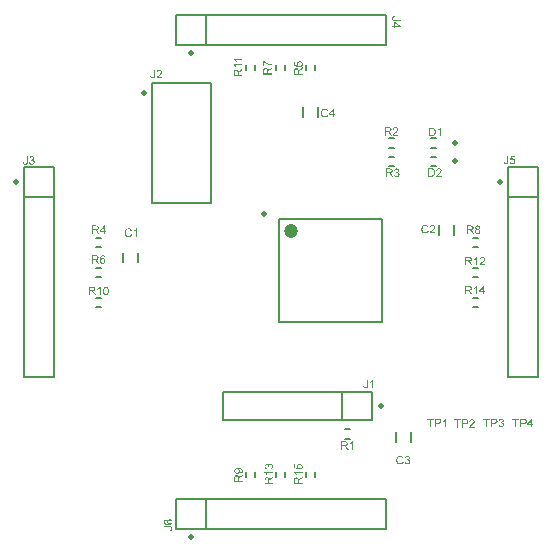
<source format=gto>
%FSLAX33Y33*%
%MOMM*%
%ADD10C,0.15*%
%ADD11C,0.2*%
%ADD12C,0.500001X0.000003*%
%ADD13C,1.199997X0.000001*%
%ADD14C,0.5*%
%ADD15C,0.5*%
%ADD16C,0.5*%
D10*
%LNtop silkscreen_traces*%
%LNtop silkscreen component 70b09bb2818ad89b*%
G01*
X9196Y10550D02*
X9625Y10550D01*
X9196Y11350D02*
X9625Y11350D01*
G36*
X8814Y11575D02*
X8814Y12291D01*
X9131Y12291D01*
X9176Y12290D01*
X9216Y12286D01*
X9249Y12280D01*
X9277Y12272D01*
X9301Y12260D01*
X9322Y12245D01*
X9340Y12226D01*
X9356Y12203D01*
X9369Y12178D01*
X9379Y12152D01*
X9384Y12124D01*
X9386Y12096D01*
X9383Y12059D01*
X9374Y12025D01*
X9358Y11995D01*
X9337Y11967D01*
X9309Y11943D01*
X9274Y11924D01*
X9233Y11910D01*
X9209Y11905D01*
X9194Y11982D01*
X9214Y11988D01*
X9231Y11996D01*
X9246Y12006D01*
X9259Y12018D01*
X9270Y12031D01*
X9278Y12046D01*
X9284Y12062D01*
X9287Y12078D01*
X9289Y12096D01*
X9286Y12120D01*
X9279Y12142D01*
X9268Y12162D01*
X9252Y12179D01*
X9231Y12193D01*
X9204Y12204D01*
X9172Y12210D01*
X9135Y12212D01*
X8909Y12212D01*
X8909Y11975D01*
X8909Y11975D01*
X9112Y11975D01*
X9143Y11976D01*
X9170Y11978D01*
X9194Y11982D01*
X9209Y11905D01*
X9185Y11901D01*
X9202Y11892D01*
X9218Y11883D01*
X9231Y11874D01*
X9242Y11865D01*
X9262Y11845D01*
X9282Y11822D01*
X9301Y11797D01*
X9320Y11770D01*
X9445Y11575D01*
X9326Y11575D01*
X9231Y11724D01*
X9211Y11754D01*
X9193Y11781D01*
X9177Y11804D01*
X9163Y11823D01*
X9150Y11838D01*
X9137Y11852D01*
X9125Y11862D01*
X9115Y11870D01*
X9104Y11877D01*
X9093Y11882D01*
X9082Y11886D01*
X9071Y11889D01*
X9062Y11891D01*
X9050Y11892D01*
X9036Y11893D01*
X9019Y11893D01*
X8909Y11893D01*
X8909Y11575D01*
X8814Y11575D01*
X8814Y11575D01*
X9961Y11659D02*
X9961Y11575D01*
X9488Y11575D01*
X9488Y11591D01*
X9490Y11606D01*
X9493Y11621D01*
X9498Y11636D01*
X9508Y11660D01*
X9522Y11684D01*
X9537Y11708D01*
X9556Y11731D01*
X9578Y11756D01*
X9605Y11782D01*
X9636Y11810D01*
X9671Y11840D01*
X9725Y11885D01*
X9769Y11925D01*
X9803Y11961D01*
X9829Y11991D01*
X9847Y12019D01*
X9859Y12046D01*
X9867Y12072D01*
X9870Y12097D01*
X9867Y12122D01*
X9860Y12145D01*
X9849Y12166D01*
X9832Y12185D01*
X9812Y12201D01*
X9789Y12212D01*
X9763Y12219D01*
X9735Y12221D01*
X9705Y12219D01*
X9678Y12211D01*
X9654Y12200D01*
X9633Y12183D01*
X9617Y12162D01*
X9605Y12137D01*
X9597Y12109D01*
X9595Y12077D01*
X9504Y12087D01*
X9512Y12134D01*
X9527Y12176D01*
X9547Y12211D01*
X9574Y12241D01*
X9607Y12264D01*
X9645Y12281D01*
X9688Y12290D01*
X9737Y12294D01*
X9786Y12290D01*
X9829Y12279D01*
X9867Y12262D01*
X9900Y12237D01*
X9926Y12206D01*
X9945Y12173D01*
X9956Y12136D01*
X9960Y12095D01*
X9959Y12074D01*
X9956Y12052D01*
X9950Y12031D01*
X9942Y12011D01*
X9932Y11990D01*
X9919Y11968D01*
X9903Y11946D01*
X9884Y11923D01*
X9860Y11898D01*
X9830Y11869D01*
X9793Y11835D01*
X9749Y11797D01*
X9713Y11767D01*
X9684Y11741D01*
X9662Y11722D01*
X9647Y11707D01*
X9636Y11695D01*
X9626Y11683D01*
X9618Y11671D01*
X9610Y11659D01*
X9961Y11659D01*
X9961Y11659D01*
G37*
%LNtop silkscreen component 758c28ff392b9352*%
G36*
X12634Y-13100D02*
X12634Y-12469D01*
X12398Y-12469D01*
X12398Y-12384D01*
X12966Y-12384D01*
X12966Y-12469D01*
X12729Y-12469D01*
X12729Y-13100D01*
X12634Y-13100D01*
X12634Y-13100D01*
X13063Y-13100D02*
X13063Y-12384D01*
X13333Y-12384D01*
X13367Y-12385D01*
X13396Y-12386D01*
X13421Y-12388D01*
X13442Y-12391D01*
X13467Y-12396D01*
X13490Y-12404D01*
X13511Y-12413D01*
X13530Y-12424D01*
X13547Y-12438D01*
X13562Y-12454D01*
X13576Y-12473D01*
X13588Y-12494D01*
X13597Y-12516D01*
X13604Y-12540D01*
X13608Y-12565D01*
X13609Y-12591D01*
X13606Y-12635D01*
X13595Y-12676D01*
X13577Y-12712D01*
X13551Y-12746D01*
X13516Y-12773D01*
X13470Y-12793D01*
X13411Y-12805D01*
X13390Y-12806D01*
X13385Y-12722D01*
X13421Y-12716D01*
X13451Y-12705D01*
X13473Y-12690D01*
X13490Y-12672D01*
X13502Y-12649D01*
X13509Y-12623D01*
X13512Y-12594D01*
X13510Y-12572D01*
X13506Y-12552D01*
X13499Y-12534D01*
X13489Y-12517D01*
X13477Y-12503D01*
X13463Y-12491D01*
X13447Y-12481D01*
X13429Y-12475D01*
X13415Y-12472D01*
X13395Y-12470D01*
X13370Y-12469D01*
X13341Y-12469D01*
X13158Y-12469D01*
X13158Y-12725D01*
X13158Y-12725D01*
X13343Y-12725D01*
X13385Y-12722D01*
X13390Y-12806D01*
X13341Y-12809D01*
X13158Y-12809D01*
X13158Y-13100D01*
X13063Y-13100D01*
X13063Y-13100D01*
X14025Y-13100D02*
X13937Y-13100D01*
X13937Y-12540D01*
X13920Y-12555D01*
X13901Y-12570D01*
X13879Y-12585D01*
X13854Y-12600D01*
X13829Y-12615D01*
X13805Y-12627D01*
X13783Y-12637D01*
X13762Y-12646D01*
X13762Y-12561D01*
X13797Y-12543D01*
X13831Y-12523D01*
X13862Y-12501D01*
X13891Y-12477D01*
X13916Y-12452D01*
X13938Y-12428D01*
X13955Y-12405D01*
X13969Y-12381D01*
X14025Y-12381D01*
X14025Y-13100D01*
X14025Y-13100D01*
G37*
%LNtop silkscreen component 34026410a5ddb421*%
G36*
X14909Y-13150D02*
X14909Y-12519D01*
X14673Y-12519D01*
X14673Y-12434D01*
X15241Y-12434D01*
X15241Y-12519D01*
X15004Y-12519D01*
X15004Y-13150D01*
X14909Y-13150D01*
X14909Y-13150D01*
X15338Y-13150D02*
X15338Y-12434D01*
X15608Y-12434D01*
X15642Y-12435D01*
X15671Y-12436D01*
X15696Y-12438D01*
X15717Y-12441D01*
X15742Y-12446D01*
X15765Y-12454D01*
X15786Y-12463D01*
X15805Y-12474D01*
X15822Y-12488D01*
X15837Y-12504D01*
X15851Y-12523D01*
X15863Y-12544D01*
X15872Y-12566D01*
X15879Y-12590D01*
X15883Y-12615D01*
X15884Y-12641D01*
X15881Y-12685D01*
X15870Y-12726D01*
X15852Y-12762D01*
X15826Y-12796D01*
X15791Y-12823D01*
X15745Y-12843D01*
X15686Y-12855D01*
X15665Y-12856D01*
X15660Y-12772D01*
X15696Y-12766D01*
X15726Y-12755D01*
X15748Y-12740D01*
X15765Y-12722D01*
X15777Y-12699D01*
X15784Y-12673D01*
X15787Y-12644D01*
X15785Y-12622D01*
X15781Y-12602D01*
X15774Y-12584D01*
X15764Y-12567D01*
X15752Y-12553D01*
X15738Y-12541D01*
X15722Y-12531D01*
X15704Y-12525D01*
X15690Y-12522D01*
X15670Y-12520D01*
X15645Y-12519D01*
X15616Y-12519D01*
X15433Y-12519D01*
X15433Y-12775D01*
X15433Y-12775D01*
X15618Y-12775D01*
X15660Y-12772D01*
X15665Y-12856D01*
X15616Y-12859D01*
X15433Y-12859D01*
X15433Y-13150D01*
X15338Y-13150D01*
X15338Y-13150D01*
X16431Y-13066D02*
X16431Y-13150D01*
X15958Y-13150D01*
X15958Y-13134D01*
X15960Y-13119D01*
X15963Y-13104D01*
X15968Y-13089D01*
X15979Y-13065D01*
X15992Y-13041D01*
X16008Y-13017D01*
X16026Y-12994D01*
X16048Y-12969D01*
X16075Y-12943D01*
X16106Y-12915D01*
X16141Y-12885D01*
X16195Y-12840D01*
X16239Y-12800D01*
X16274Y-12764D01*
X16299Y-12734D01*
X16317Y-12706D01*
X16330Y-12679D01*
X16337Y-12653D01*
X16340Y-12628D01*
X16338Y-12603D01*
X16331Y-12580D01*
X16319Y-12559D01*
X16303Y-12540D01*
X16282Y-12524D01*
X16260Y-12513D01*
X16234Y-12506D01*
X16205Y-12504D01*
X16175Y-12506D01*
X16148Y-12514D01*
X16124Y-12525D01*
X16104Y-12542D01*
X16087Y-12563D01*
X16075Y-12588D01*
X16068Y-12616D01*
X16065Y-12648D01*
X15975Y-12638D01*
X15983Y-12591D01*
X15997Y-12549D01*
X16017Y-12514D01*
X16045Y-12484D01*
X16077Y-12461D01*
X16115Y-12444D01*
X16159Y-12435D01*
X16207Y-12431D01*
X16256Y-12435D01*
X16299Y-12446D01*
X16337Y-12463D01*
X16370Y-12488D01*
X16396Y-12519D01*
X16415Y-12552D01*
X16427Y-12589D01*
X16430Y-12630D01*
X16429Y-12651D01*
X16426Y-12673D01*
X16420Y-12694D01*
X16413Y-12714D01*
X16402Y-12735D01*
X16389Y-12757D01*
X16373Y-12779D01*
X16354Y-12802D01*
X16331Y-12827D01*
X16300Y-12856D01*
X16263Y-12890D01*
X16219Y-12928D01*
X16183Y-12958D01*
X16154Y-12984D01*
X16132Y-13003D01*
X16117Y-13018D01*
X16107Y-13030D01*
X16097Y-13042D01*
X16088Y-13054D01*
X16080Y-13066D01*
X16431Y-13066D01*
X16431Y-13066D01*
G37*
%LNtop silkscreen component acdc2106e7d7a5b5*%
X14675Y3175D02*
X14675Y4005D01*
X13425Y3175D02*
X13425Y4005D01*
G36*
X12448Y3551D02*
X12543Y3527D01*
X12525Y3472D01*
X12501Y3424D01*
X12472Y3383D01*
X12436Y3349D01*
X12395Y3322D01*
X12350Y3303D01*
X12300Y3292D01*
X12247Y3288D01*
X12191Y3291D01*
X12142Y3300D01*
X12097Y3314D01*
X12058Y3335D01*
X12024Y3361D01*
X11995Y3393D01*
X11969Y3429D01*
X11948Y3471D01*
X11931Y3517D01*
X11920Y3564D01*
X11913Y3613D01*
X11910Y3663D01*
X11913Y3717D01*
X11921Y3768D01*
X11934Y3815D01*
X11953Y3858D01*
X11977Y3897D01*
X12005Y3932D01*
X12037Y3961D01*
X12074Y3985D01*
X12115Y4004D01*
X12157Y4017D01*
X12202Y4025D01*
X12248Y4028D01*
X12300Y4025D01*
X12347Y4014D01*
X12390Y3997D01*
X12429Y3973D01*
X12463Y3943D01*
X12491Y3908D01*
X12514Y3866D01*
X12531Y3820D01*
X12438Y3798D01*
X12424Y3834D01*
X12407Y3865D01*
X12388Y3891D01*
X12365Y3911D01*
X12340Y3927D01*
X12312Y3938D01*
X12280Y3945D01*
X12246Y3947D01*
X12207Y3945D01*
X12170Y3937D01*
X12138Y3925D01*
X12108Y3907D01*
X12083Y3886D01*
X12061Y3861D01*
X12044Y3833D01*
X12030Y3801D01*
X12020Y3768D01*
X12013Y3734D01*
X12009Y3699D01*
X12008Y3664D01*
X12009Y3620D01*
X12014Y3578D01*
X12023Y3540D01*
X12034Y3504D01*
X12050Y3472D01*
X12068Y3445D01*
X12091Y3422D01*
X12117Y3403D01*
X12146Y3388D01*
X12176Y3377D01*
X12207Y3371D01*
X12239Y3369D01*
X12277Y3372D01*
X12312Y3380D01*
X12344Y3395D01*
X12374Y3415D01*
X12399Y3440D01*
X12420Y3472D01*
X12436Y3509D01*
X12448Y3551D01*
X12448Y3551D01*
X13086Y3384D02*
X13086Y3300D01*
X12613Y3300D01*
X12613Y3316D01*
X12615Y3331D01*
X12618Y3346D01*
X12623Y3361D01*
X12633Y3385D01*
X12647Y3409D01*
X12662Y3433D01*
X12681Y3456D01*
X12703Y3481D01*
X12730Y3507D01*
X12761Y3535D01*
X12796Y3565D01*
X12850Y3610D01*
X12894Y3650D01*
X12928Y3686D01*
X12954Y3716D01*
X12972Y3744D01*
X12984Y3771D01*
X12992Y3797D01*
X12995Y3822D01*
X12992Y3847D01*
X12985Y3870D01*
X12974Y3891D01*
X12957Y3910D01*
X12937Y3926D01*
X12914Y3937D01*
X12888Y3944D01*
X12860Y3946D01*
X12830Y3944D01*
X12803Y3936D01*
X12779Y3925D01*
X12758Y3908D01*
X12742Y3887D01*
X12730Y3862D01*
X12722Y3834D01*
X12720Y3802D01*
X12629Y3812D01*
X12637Y3859D01*
X12652Y3901D01*
X12672Y3936D01*
X12699Y3966D01*
X12732Y3989D01*
X12770Y4006D01*
X12813Y4015D01*
X12862Y4019D01*
X12911Y4015D01*
X12954Y4004D01*
X12992Y3987D01*
X13025Y3962D01*
X13051Y3931D01*
X13070Y3898D01*
X13081Y3861D01*
X13085Y3820D01*
X13084Y3799D01*
X13081Y3777D01*
X13075Y3756D01*
X13067Y3736D01*
X13057Y3715D01*
X13044Y3693D01*
X13028Y3671D01*
X13009Y3648D01*
X12985Y3623D01*
X12955Y3594D01*
X12918Y3560D01*
X12874Y3522D01*
X12838Y3492D01*
X12809Y3466D01*
X12787Y3447D01*
X12772Y3432D01*
X12761Y3420D01*
X12751Y3408D01*
X12743Y3396D01*
X12735Y3384D01*
X13086Y3384D01*
X13086Y3384D01*
G37*
%LNtop silkscreen component bbcc82406b5c7a3e*%
D11*
X-0125Y-4225D02*
X-0125Y4475D01*
X8575Y-4225D02*
X8575Y4475D01*
X-0125Y4475D02*
X8575Y4475D01*
X-0125Y-4225D02*
X8575Y-4225D01*
D12*
X-1425Y4950D03*
D13*
X0875Y3475D03*
%LNtop silkscreen component 15549c4d6476ebc2*%
D10*
X-8890Y-19230D02*
X8890Y-19230D01*
X8890Y-21770D02*
X8890Y-19230D01*
X-8890Y-21770D02*
X8890Y-21770D01*
X-8890Y-21770D02*
X-8890Y-19230D01*
X-6350Y-19230D02*
X-6350Y-21770D01*
D14*
X-7620Y-22400D03*
G36*
X-9373Y-21886D02*
X-9385Y-21801D01*
X-9347Y-21798D01*
X-9316Y-21791D01*
X-9291Y-21782D01*
X-9273Y-21770D01*
X-9259Y-21755D01*
X-9250Y-21737D01*
X-9244Y-21717D01*
X-9242Y-21694D01*
X-9243Y-21677D01*
X-9246Y-21661D01*
X-9251Y-21646D01*
X-9259Y-21633D01*
X-9268Y-21621D01*
X-9278Y-21611D01*
X-9290Y-21603D01*
X-9303Y-21597D01*
X-9319Y-21593D01*
X-9339Y-21590D01*
X-9364Y-21588D01*
X-9393Y-21587D01*
X-9886Y-21587D01*
X-9886Y-21493D01*
X-9398Y-21493D01*
X-9356Y-21494D01*
X-9318Y-21498D01*
X-9286Y-21505D01*
X-9259Y-21514D01*
X-9236Y-21527D01*
X-9215Y-21542D01*
X-9198Y-21561D01*
X-9184Y-21583D01*
X-9172Y-21608D01*
X-9164Y-21634D01*
X-9159Y-21663D01*
X-9158Y-21694D01*
X-9161Y-21738D01*
X-9171Y-21777D01*
X-9188Y-21810D01*
X-9212Y-21838D01*
X-9242Y-21860D01*
X-9279Y-21875D01*
X-9323Y-21884D01*
X-9373Y-21886D01*
X-9373Y-21886D01*
X-9711Y-20917D02*
X-9704Y-21005D01*
X-9728Y-21011D01*
X-9748Y-21019D01*
X-9765Y-21028D01*
X-9779Y-21038D01*
X-9795Y-21057D01*
X-9807Y-21078D01*
X-9814Y-21101D01*
X-9816Y-21126D01*
X-9815Y-21146D01*
X-9811Y-21165D01*
X-9803Y-21183D01*
X-9793Y-21200D01*
X-9776Y-21219D01*
X-9756Y-21237D01*
X-9732Y-21252D01*
X-9705Y-21265D01*
X-9673Y-21276D01*
X-9634Y-21283D01*
X-9590Y-21288D01*
X-9539Y-21290D01*
X-9503Y-21244D01*
X-9491Y-21253D01*
X-9465Y-21266D01*
X-9435Y-21274D01*
X-9402Y-21276D01*
X-9402Y-21276D01*
X-9379Y-21275D01*
X-9357Y-21271D01*
X-9336Y-21265D01*
X-9315Y-21257D01*
X-9296Y-21246D01*
X-9278Y-21234D01*
X-9264Y-21219D01*
X-9252Y-21203D01*
X-9242Y-21186D01*
X-9235Y-21168D01*
X-9231Y-21149D01*
X-9230Y-21130D01*
X-9233Y-21103D01*
X-9241Y-21079D01*
X-9255Y-21056D01*
X-9275Y-21035D01*
X-9299Y-21017D01*
X-9328Y-21005D01*
X-9360Y-20997D01*
X-9397Y-20995D01*
X-9432Y-20997D01*
X-9463Y-21004D01*
X-9491Y-21017D01*
X-9514Y-21034D01*
X-9533Y-21055D01*
X-9546Y-21079D01*
X-9554Y-21105D01*
X-9557Y-21134D01*
X-9554Y-21162D01*
X-9546Y-21189D01*
X-9533Y-21213D01*
X-9514Y-21235D01*
X-9503Y-21244D01*
X-9539Y-21290D01*
X-9562Y-21273D01*
X-9581Y-21255D01*
X-9598Y-21234D01*
X-9611Y-21212D01*
X-9621Y-21189D01*
X-9628Y-21165D01*
X-9633Y-21141D01*
X-9634Y-21116D01*
X-9630Y-21074D01*
X-9618Y-21035D01*
X-9598Y-20999D01*
X-9570Y-20966D01*
X-9535Y-20939D01*
X-9495Y-20920D01*
X-9451Y-20909D01*
X-9402Y-20905D01*
X-9369Y-20907D01*
X-9337Y-20912D01*
X-9307Y-20921D01*
X-9277Y-20934D01*
X-9250Y-20950D01*
X-9226Y-20968D01*
X-9206Y-20990D01*
X-9189Y-21014D01*
X-9175Y-21040D01*
X-9165Y-21068D01*
X-9160Y-21097D01*
X-9158Y-21129D01*
X-9163Y-21181D01*
X-9178Y-21229D01*
X-9203Y-21271D01*
X-9239Y-21308D01*
X-9286Y-21338D01*
X-9346Y-21360D01*
X-9419Y-21373D01*
X-9505Y-21377D01*
X-9602Y-21373D01*
X-9684Y-21358D01*
X-9753Y-21334D01*
X-9807Y-21301D01*
X-9843Y-21264D01*
X-9868Y-21222D01*
X-9884Y-21174D01*
X-9889Y-21121D01*
X-9886Y-21080D01*
X-9877Y-21044D01*
X-9862Y-21011D01*
X-9841Y-20982D01*
X-9815Y-20958D01*
X-9785Y-20939D01*
X-9750Y-20925D01*
X-9711Y-20917D01*
X-9711Y-20917D01*
G37*
%LNtop silkscreen component bba7707cb7d91c3d*%
G36*
X19859Y-13125D02*
X19859Y-12494D01*
X19623Y-12494D01*
X19623Y-12409D01*
X20191Y-12409D01*
X20191Y-12494D01*
X19954Y-12494D01*
X19954Y-13125D01*
X19859Y-13125D01*
X19859Y-13125D01*
X20288Y-13125D02*
X20288Y-12409D01*
X20558Y-12409D01*
X20592Y-12410D01*
X20621Y-12411D01*
X20646Y-12413D01*
X20667Y-12416D01*
X20692Y-12421D01*
X20715Y-12429D01*
X20736Y-12438D01*
X20755Y-12449D01*
X20772Y-12463D01*
X20787Y-12479D01*
X20801Y-12498D01*
X20813Y-12519D01*
X20822Y-12541D01*
X20829Y-12565D01*
X20833Y-12590D01*
X20834Y-12616D01*
X20831Y-12660D01*
X20820Y-12701D01*
X20802Y-12737D01*
X20776Y-12771D01*
X20741Y-12798D01*
X20695Y-12818D01*
X20636Y-12830D01*
X20615Y-12831D01*
X20610Y-12747D01*
X20646Y-12741D01*
X20676Y-12730D01*
X20698Y-12715D01*
X20715Y-12697D01*
X20727Y-12674D01*
X20734Y-12648D01*
X20737Y-12619D01*
X20735Y-12597D01*
X20731Y-12577D01*
X20724Y-12559D01*
X20714Y-12542D01*
X20702Y-12528D01*
X20688Y-12516D01*
X20672Y-12506D01*
X20654Y-12500D01*
X20640Y-12497D01*
X20620Y-12495D01*
X20595Y-12494D01*
X20566Y-12494D01*
X20383Y-12494D01*
X20383Y-12750D01*
X20383Y-12750D01*
X20568Y-12750D01*
X20610Y-12747D01*
X20615Y-12831D01*
X20566Y-12834D01*
X20383Y-12834D01*
X20383Y-13125D01*
X20288Y-13125D01*
X20288Y-13125D01*
X21201Y-13125D02*
X21201Y-12954D01*
X20891Y-12954D01*
X20891Y-12873D01*
X21145Y-12511D01*
X21201Y-12550D01*
X20977Y-12873D01*
X21201Y-12873D01*
X21201Y-12873D01*
X21201Y-12550D01*
X21145Y-12511D01*
X21217Y-12409D01*
X21289Y-12409D01*
X21289Y-12873D01*
X21386Y-12873D01*
X21386Y-12954D01*
X21289Y-12954D01*
X21289Y-13125D01*
X21201Y-13125D01*
X21201Y-13125D01*
G37*
%LNtop silkscreen component fb79a13baf4f1f43*%
D10*
X-15185Y2940D02*
X-15615Y2940D01*
X-15185Y2140D02*
X-15615Y2140D01*
G36*
X-15961Y3250D02*
X-15961Y3966D01*
X-15644Y3966D01*
X-15599Y3965D01*
X-15559Y3961D01*
X-15526Y3955D01*
X-15498Y3947D01*
X-15474Y3935D01*
X-15453Y3920D01*
X-15435Y3901D01*
X-15419Y3878D01*
X-15406Y3853D01*
X-15396Y3827D01*
X-15391Y3799D01*
X-15389Y3771D01*
X-15392Y3734D01*
X-15401Y3700D01*
X-15417Y3670D01*
X-15438Y3642D01*
X-15466Y3618D01*
X-15501Y3599D01*
X-15542Y3585D01*
X-15566Y3580D01*
X-15581Y3657D01*
X-15561Y3663D01*
X-15544Y3671D01*
X-15529Y3681D01*
X-15516Y3693D01*
X-15505Y3706D01*
X-15497Y3721D01*
X-15491Y3737D01*
X-15488Y3753D01*
X-15486Y3771D01*
X-15489Y3795D01*
X-15496Y3817D01*
X-15507Y3837D01*
X-15523Y3854D01*
X-15544Y3868D01*
X-15571Y3879D01*
X-15603Y3885D01*
X-15640Y3887D01*
X-15866Y3887D01*
X-15866Y3650D01*
X-15866Y3650D01*
X-15663Y3650D01*
X-15632Y3651D01*
X-15605Y3653D01*
X-15581Y3657D01*
X-15566Y3580D01*
X-15590Y3576D01*
X-15573Y3567D01*
X-15557Y3558D01*
X-15544Y3549D01*
X-15533Y3540D01*
X-15513Y3520D01*
X-15493Y3497D01*
X-15474Y3472D01*
X-15455Y3445D01*
X-15330Y3250D01*
X-15449Y3250D01*
X-15544Y3399D01*
X-15564Y3429D01*
X-15582Y3456D01*
X-15598Y3479D01*
X-15612Y3498D01*
X-15625Y3513D01*
X-15638Y3527D01*
X-15650Y3537D01*
X-15660Y3545D01*
X-15671Y3552D01*
X-15682Y3557D01*
X-15693Y3561D01*
X-15704Y3564D01*
X-15713Y3566D01*
X-15725Y3567D01*
X-15739Y3568D01*
X-15756Y3568D01*
X-15866Y3568D01*
X-15866Y3250D01*
X-15961Y3250D01*
X-15961Y3250D01*
X-14994Y3250D02*
X-14994Y3421D01*
X-15305Y3421D01*
X-15305Y3502D01*
X-15050Y3864D01*
X-14994Y3825D01*
X-15218Y3502D01*
X-14994Y3502D01*
X-14994Y3502D01*
X-14994Y3825D01*
X-15050Y3864D01*
X-14978Y3966D01*
X-14906Y3966D01*
X-14906Y3502D01*
X-14810Y3502D01*
X-14810Y3421D01*
X-14906Y3421D01*
X-14906Y3250D01*
X-14994Y3250D01*
X-14994Y3250D01*
G37*
%LNtop silkscreen component 4de30cd1dcff1dec*%
X-10900Y16065D02*
X-5900Y16065D01*
X-5900Y5905*
X-10900Y5905*
X-10900Y16065*
D15*
X-11570Y15190D03*
G36*
X-11026Y16628D02*
X-10941Y16640D01*
X-10938Y16602D01*
X-10931Y16571D01*
X-10922Y16546D01*
X-10910Y16528D01*
X-10895Y16514D01*
X-10877Y16505D01*
X-10857Y16499D01*
X-10834Y16497D01*
X-10817Y16498D01*
X-10801Y16501D01*
X-10786Y16506D01*
X-10773Y16514D01*
X-10761Y16523D01*
X-10751Y16533D01*
X-10743Y16545D01*
X-10737Y16558D01*
X-10733Y16574D01*
X-10730Y16594D01*
X-10728Y16619D01*
X-10727Y16648D01*
X-10727Y17141D01*
X-10633Y17141D01*
X-10633Y16653D01*
X-10634Y16611D01*
X-10638Y16573D01*
X-10645Y16541D01*
X-10654Y16514D01*
X-10667Y16491D01*
X-10682Y16470D01*
X-10701Y16453D01*
X-10723Y16439D01*
X-10748Y16427D01*
X-10774Y16419D01*
X-10803Y16414D01*
X-10834Y16413D01*
X-10878Y16416D01*
X-10917Y16426D01*
X-10950Y16443D01*
X-10978Y16467D01*
X-11000Y16497D01*
X-11015Y16534D01*
X-11024Y16578D01*
X-11026Y16628D01*
X-11026Y16628D01*
X-10052Y16509D02*
X-10052Y16425D01*
X-10525Y16425D01*
X-10524Y16441D01*
X-10523Y16456D01*
X-10519Y16471D01*
X-10514Y16486D01*
X-10504Y16510D01*
X-10491Y16534D01*
X-10475Y16558D01*
X-10457Y16581D01*
X-10434Y16606D01*
X-10408Y16632D01*
X-10377Y16660D01*
X-10342Y16690D01*
X-10288Y16735D01*
X-10244Y16775D01*
X-10209Y16811D01*
X-10184Y16841D01*
X-10166Y16869D01*
X-10153Y16896D01*
X-10145Y16922D01*
X-10143Y16947D01*
X-10145Y16972D01*
X-10152Y16995D01*
X-10164Y17016D01*
X-10180Y17035D01*
X-10200Y17051D01*
X-10223Y17062D01*
X-10249Y17069D01*
X-10278Y17071D01*
X-10308Y17069D01*
X-10335Y17061D01*
X-10359Y17050D01*
X-10379Y17033D01*
X-10396Y17012D01*
X-10408Y16987D01*
X-10415Y16959D01*
X-10418Y16927D01*
X-10508Y16937D01*
X-10500Y16984D01*
X-10486Y17026D01*
X-10465Y17061D01*
X-10438Y17091D01*
X-10405Y17114D01*
X-10367Y17131D01*
X-10324Y17140D01*
X-10276Y17144D01*
X-10227Y17140D01*
X-10183Y17129D01*
X-10145Y17112D01*
X-10113Y17087D01*
X-10086Y17056D01*
X-10068Y17023D01*
X-10056Y16986D01*
X-10053Y16945D01*
X-10054Y16924D01*
X-10057Y16902D01*
X-10062Y16881D01*
X-10070Y16861D01*
X-10080Y16840D01*
X-10093Y16818D01*
X-10110Y16796D01*
X-10128Y16773D01*
X-10152Y16748D01*
X-10183Y16719D01*
X-10220Y16685D01*
X-10264Y16647D01*
X-10300Y16617D01*
X-10329Y16591D01*
X-10351Y16572D01*
X-10366Y16557D01*
X-10376Y16545D01*
X-10386Y16533D01*
X-10395Y16521D01*
X-10403Y16509D01*
X-10052Y16509D01*
X-10052Y16509D01*
G37*
%LNtop silkscreen component 582b67b412e03a97*%
D10*
X1915Y13990D02*
X1915Y13161D01*
X3165Y13990D02*
X3165Y13161D01*
G36*
X3948Y13376D02*
X4043Y13352D01*
X4025Y13297D01*
X4001Y13249D01*
X3972Y13208D01*
X3936Y13174D01*
X3895Y13147D01*
X3850Y13128D01*
X3800Y13117D01*
X3747Y13113D01*
X3691Y13116D01*
X3642Y13125D01*
X3597Y13139D01*
X3558Y13160D01*
X3524Y13186D01*
X3495Y13218D01*
X3469Y13254D01*
X3448Y13296D01*
X3431Y13342D01*
X3420Y13389D01*
X3413Y13438D01*
X3410Y13488D01*
X3413Y13542D01*
X3421Y13593D01*
X3434Y13640D01*
X3453Y13683D01*
X3477Y13722D01*
X3505Y13757D01*
X3537Y13786D01*
X3574Y13810D01*
X3615Y13829D01*
X3657Y13842D01*
X3702Y13850D01*
X3748Y13853D01*
X3800Y13850D01*
X3847Y13839D01*
X3890Y13822D01*
X3929Y13798D01*
X3963Y13768D01*
X3991Y13733D01*
X4014Y13691D01*
X4031Y13645D01*
X3938Y13623D01*
X3924Y13659D01*
X3907Y13690D01*
X3888Y13716D01*
X3865Y13736D01*
X3840Y13752D01*
X3812Y13763D01*
X3780Y13770D01*
X3746Y13772D01*
X3707Y13770D01*
X3670Y13762D01*
X3638Y13750D01*
X3608Y13732D01*
X3583Y13711D01*
X3561Y13686D01*
X3544Y13658D01*
X3530Y13626D01*
X3520Y13593D01*
X3513Y13559D01*
X3509Y13524D01*
X3508Y13489D01*
X3509Y13445D01*
X3514Y13403D01*
X3523Y13365D01*
X3534Y13329D01*
X3550Y13297D01*
X3568Y13270D01*
X3591Y13247D01*
X3617Y13228D01*
X3646Y13213D01*
X3676Y13202D01*
X3707Y13196D01*
X3739Y13194D01*
X3777Y13197D01*
X3812Y13205D01*
X3844Y13220D01*
X3874Y13240D01*
X3899Y13265D01*
X3920Y13297D01*
X3936Y13334D01*
X3948Y13376D01*
X3948Y13376D01*
X4406Y13125D02*
X4406Y13296D01*
X4095Y13296D01*
X4095Y13377D01*
X4350Y13739D01*
X4406Y13700D01*
X4182Y13377D01*
X4406Y13377D01*
X4406Y13377D01*
X4406Y13700D01*
X4350Y13739D01*
X4422Y13841D01*
X4494Y13841D01*
X4494Y13377D01*
X4590Y13377D01*
X4590Y13296D01*
X4494Y13296D01*
X4494Y13125D01*
X4406Y13125D01*
X4406Y13125D01*
G37*
%LNtop silkscreen component 899d837000a321f6*%
X-15185Y0400D02*
X-15615Y0400D01*
X-15185Y-0400D02*
X-15615Y-0400D01*
G36*
X-15986Y0725D02*
X-15986Y1441D01*
X-15669Y1441D01*
X-15624Y1440D01*
X-15584Y1436D01*
X-15551Y1430D01*
X-15523Y1422D01*
X-15499Y1410D01*
X-15478Y1395D01*
X-15460Y1376D01*
X-15444Y1353D01*
X-15431Y1328D01*
X-15421Y1302D01*
X-15416Y1274D01*
X-15414Y1246D01*
X-15417Y1209D01*
X-15426Y1175D01*
X-15442Y1145D01*
X-15463Y1117D01*
X-15491Y1093D01*
X-15526Y1074D01*
X-15567Y1060D01*
X-15591Y1055D01*
X-15606Y1132D01*
X-15586Y1138D01*
X-15569Y1146D01*
X-15554Y1156D01*
X-15541Y1168D01*
X-15530Y1181D01*
X-15522Y1196D01*
X-15516Y1212D01*
X-15513Y1228D01*
X-15511Y1246D01*
X-15514Y1270D01*
X-15521Y1292D01*
X-15532Y1312D01*
X-15548Y1329D01*
X-15569Y1343D01*
X-15596Y1354D01*
X-15628Y1360D01*
X-15665Y1362D01*
X-15891Y1362D01*
X-15891Y1125D01*
X-15891Y1125D01*
X-15688Y1125D01*
X-15657Y1126D01*
X-15630Y1128D01*
X-15606Y1132D01*
X-15591Y1055D01*
X-15615Y1051D01*
X-15598Y1042D01*
X-15582Y1033D01*
X-15569Y1024D01*
X-15558Y1015D01*
X-15538Y0995D01*
X-15518Y0972D01*
X-15499Y0947D01*
X-15480Y0920D01*
X-15355Y0725D01*
X-15474Y0725D01*
X-15569Y0874D01*
X-15589Y0904D01*
X-15607Y0931D01*
X-15623Y0954D01*
X-15637Y0973D01*
X-15650Y0988D01*
X-15663Y1002D01*
X-15675Y1012D01*
X-15685Y1020D01*
X-15696Y1027D01*
X-15707Y1032D01*
X-15718Y1036D01*
X-15729Y1039D01*
X-15738Y1041D01*
X-15750Y1042D01*
X-15764Y1043D01*
X-15781Y1043D01*
X-15891Y1043D01*
X-15891Y0725D01*
X-15986Y0725D01*
X-15986Y0725D01*
X-14845Y1266D02*
X-14932Y1259D01*
X-14939Y1283D01*
X-14946Y1303D01*
X-14955Y1320D01*
X-14966Y1334D01*
X-14984Y1350D01*
X-15005Y1362D01*
X-15028Y1369D01*
X-15053Y1371D01*
X-15074Y1370D01*
X-15093Y1366D01*
X-15111Y1358D01*
X-15127Y1348D01*
X-15147Y1331D01*
X-15164Y1311D01*
X-15180Y1287D01*
X-15193Y1260D01*
X-15203Y1228D01*
X-15211Y1189D01*
X-15216Y1145D01*
X-15217Y1094D01*
X-15171Y1058D01*
X-15180Y1046D01*
X-15193Y1020D01*
X-15201Y0990D01*
X-15204Y0957D01*
X-15204Y0957D01*
X-15203Y0934D01*
X-15199Y0912D01*
X-15193Y0891D01*
X-15185Y0870D01*
X-15174Y0851D01*
X-15161Y0833D01*
X-15147Y0819D01*
X-15131Y0807D01*
X-15113Y0797D01*
X-15095Y0790D01*
X-15077Y0786D01*
X-15058Y0785D01*
X-15031Y0788D01*
X-15006Y0796D01*
X-14983Y0810D01*
X-14962Y0830D01*
X-14945Y0854D01*
X-14932Y0883D01*
X-14925Y0915D01*
X-14922Y0952D01*
X-14925Y0987D01*
X-14932Y1018D01*
X-14944Y1046D01*
X-14962Y1069D01*
X-14983Y1088D01*
X-15006Y1101D01*
X-15032Y1109D01*
X-15061Y1112D01*
X-15090Y1109D01*
X-15116Y1101D01*
X-15140Y1088D01*
X-15162Y1069D01*
X-15171Y1058D01*
X-15217Y1094D01*
X-15201Y1117D01*
X-15182Y1136D01*
X-15162Y1153D01*
X-15140Y1166D01*
X-15117Y1176D01*
X-15093Y1183D01*
X-15069Y1188D01*
X-15044Y1189D01*
X-15001Y1185D01*
X-14962Y1173D01*
X-14927Y1153D01*
X-14894Y1125D01*
X-14867Y1090D01*
X-14848Y1050D01*
X-14836Y1006D01*
X-14832Y0957D01*
X-14834Y0924D01*
X-14839Y0892D01*
X-14849Y0862D01*
X-14861Y0832D01*
X-14877Y0805D01*
X-14896Y0781D01*
X-14917Y0761D01*
X-14941Y0744D01*
X-14967Y0730D01*
X-14995Y0720D01*
X-15025Y0715D01*
X-15056Y0713D01*
X-15109Y0718D01*
X-15156Y0733D01*
X-15198Y0758D01*
X-15236Y0794D01*
X-15266Y0841D01*
X-15288Y0901D01*
X-15301Y0974D01*
X-15305Y1060D01*
X-15300Y1157D01*
X-15286Y1239D01*
X-15262Y1308D01*
X-15228Y1362D01*
X-15192Y1398D01*
X-15150Y1423D01*
X-15102Y1439D01*
X-15048Y1444D01*
X-15008Y1441D01*
X-14971Y1432D01*
X-14938Y1417D01*
X-14910Y1396D01*
X-14885Y1370D01*
X-14866Y1340D01*
X-14853Y1305D01*
X-14845Y1266D01*
X-14845Y1266D01*
G37*
%LNtop silkscreen component 4a537383a56f4947*%
X16260Y-2940D02*
X16690Y-2940D01*
X16260Y-2140D02*
X16690Y-2140D01*
G36*
X15614Y-1875D02*
X15614Y-1159D01*
X15931Y-1159D01*
X15976Y-1160D01*
X16016Y-1164D01*
X16049Y-1170D01*
X16077Y-1178D01*
X16101Y-1190D01*
X16122Y-1205D01*
X16140Y-1224D01*
X16156Y-1247D01*
X16169Y-1272D01*
X16179Y-1298D01*
X16184Y-1326D01*
X16186Y-1354D01*
X16183Y-1391D01*
X16174Y-1425D01*
X16158Y-1455D01*
X16137Y-1483D01*
X16109Y-1507D01*
X16074Y-1526D01*
X16033Y-1540D01*
X16009Y-1545D01*
X15994Y-1468D01*
X16014Y-1462D01*
X16031Y-1454D01*
X16046Y-1444D01*
X16059Y-1432D01*
X16070Y-1419D01*
X16078Y-1404D01*
X16084Y-1388D01*
X16087Y-1372D01*
X16089Y-1354D01*
X16086Y-1330D01*
X16079Y-1308D01*
X16068Y-1288D01*
X16052Y-1271D01*
X16031Y-1257D01*
X16004Y-1246D01*
X15972Y-1240D01*
X15935Y-1238D01*
X15709Y-1238D01*
X15709Y-1475D01*
X15709Y-1475D01*
X15912Y-1475D01*
X15943Y-1474D01*
X15970Y-1472D01*
X15994Y-1468D01*
X16009Y-1545D01*
X15985Y-1549D01*
X16002Y-1558D01*
X16018Y-1567D01*
X16031Y-1576D01*
X16042Y-1585D01*
X16062Y-1605D01*
X16082Y-1628D01*
X16101Y-1653D01*
X16120Y-1680D01*
X16245Y-1875D01*
X16126Y-1875D01*
X16031Y-1726D01*
X16011Y-1696D01*
X15993Y-1669D01*
X15977Y-1646D01*
X15963Y-1627D01*
X15950Y-1612D01*
X15937Y-1598D01*
X15925Y-1588D01*
X15915Y-1580D01*
X15904Y-1573D01*
X15893Y-1568D01*
X15882Y-1564D01*
X15871Y-1561D01*
X15862Y-1559D01*
X15850Y-1558D01*
X15836Y-1557D01*
X15819Y-1557D01*
X15709Y-1557D01*
X15709Y-1875D01*
X15614Y-1875D01*
X15614Y-1875D01*
X16630Y-1875D02*
X16542Y-1875D01*
X16542Y-1315D01*
X16525Y-1330D01*
X16506Y-1345D01*
X16483Y-1360D01*
X16459Y-1375D01*
X16434Y-1390D01*
X16410Y-1402D01*
X16388Y-1412D01*
X16366Y-1421D01*
X16366Y-1336D01*
X16402Y-1318D01*
X16436Y-1298D01*
X16467Y-1276D01*
X16495Y-1252D01*
X16521Y-1227D01*
X16542Y-1203D01*
X16560Y-1180D01*
X16573Y-1156D01*
X16630Y-1156D01*
X16630Y-1875D01*
X16630Y-1875D01*
X17137Y-1875D02*
X17137Y-1704D01*
X16826Y-1704D01*
X16826Y-1623D01*
X17081Y-1261D01*
X17137Y-1300D01*
X16913Y-1623D01*
X17137Y-1623D01*
X17137Y-1623D01*
X17137Y-1300D01*
X17081Y-1261D01*
X17153Y-1159D01*
X17225Y-1159D01*
X17225Y-1623D01*
X17322Y-1623D01*
X17322Y-1704D01*
X17225Y-1704D01*
X17225Y-1875D01*
X17137Y-1875D01*
X17137Y-1875D01*
G37*
%LNtop silkscreen component 78e04b5164b9cf10*%
X-15185Y-2140D02*
X-15615Y-2140D01*
X-15185Y-2940D02*
X-15615Y-2940D01*
G36*
X-16261Y-1925D02*
X-16261Y-1209D01*
X-15944Y-1209D01*
X-15899Y-1210D01*
X-15859Y-1214D01*
X-15826Y-1220D01*
X-15798Y-1228D01*
X-15774Y-1240D01*
X-15753Y-1255D01*
X-15735Y-1274D01*
X-15719Y-1297D01*
X-15706Y-1322D01*
X-15696Y-1348D01*
X-15691Y-1376D01*
X-15689Y-1404D01*
X-15692Y-1441D01*
X-15701Y-1475D01*
X-15717Y-1505D01*
X-15738Y-1533D01*
X-15766Y-1557D01*
X-15801Y-1576D01*
X-15842Y-1590D01*
X-15866Y-1595D01*
X-15881Y-1518D01*
X-15861Y-1512D01*
X-15844Y-1504D01*
X-15829Y-1494D01*
X-15816Y-1482D01*
X-15805Y-1469D01*
X-15797Y-1454D01*
X-15791Y-1438D01*
X-15788Y-1422D01*
X-15786Y-1404D01*
X-15789Y-1380D01*
X-15796Y-1358D01*
X-15807Y-1338D01*
X-15823Y-1321D01*
X-15844Y-1307D01*
X-15871Y-1296D01*
X-15903Y-1290D01*
X-15940Y-1288D01*
X-16166Y-1288D01*
X-16166Y-1525D01*
X-16166Y-1525D01*
X-15963Y-1525D01*
X-15932Y-1524D01*
X-15905Y-1522D01*
X-15881Y-1518D01*
X-15866Y-1595D01*
X-15890Y-1599D01*
X-15873Y-1608D01*
X-15857Y-1617D01*
X-15844Y-1626D01*
X-15833Y-1635D01*
X-15813Y-1655D01*
X-15793Y-1678D01*
X-15774Y-1703D01*
X-15755Y-1730D01*
X-15630Y-1925D01*
X-15749Y-1925D01*
X-15844Y-1776D01*
X-15864Y-1746D01*
X-15882Y-1719D01*
X-15898Y-1696D01*
X-15912Y-1677D01*
X-15925Y-1662D01*
X-15938Y-1648D01*
X-15950Y-1638D01*
X-15960Y-1630D01*
X-15971Y-1623D01*
X-15982Y-1618D01*
X-15993Y-1614D01*
X-16004Y-1611D01*
X-16013Y-1609D01*
X-16025Y-1608D01*
X-16039Y-1607D01*
X-16056Y-1607D01*
X-16166Y-1607D01*
X-16166Y-1925D01*
X-16261Y-1925D01*
X-16261Y-1925D01*
X-15245Y-1925D02*
X-15333Y-1925D01*
X-15333Y-1365D01*
X-15350Y-1380D01*
X-15369Y-1395D01*
X-15392Y-1410D01*
X-15416Y-1425D01*
X-15441Y-1440D01*
X-15465Y-1452D01*
X-15487Y-1462D01*
X-15509Y-1471D01*
X-15509Y-1386D01*
X-15473Y-1368D01*
X-15439Y-1348D01*
X-15408Y-1326D01*
X-15380Y-1302D01*
X-15354Y-1277D01*
X-15333Y-1253D01*
X-15315Y-1230D01*
X-15302Y-1206D01*
X-15245Y-1206D01*
X-15245Y-1925D01*
X-15245Y-1925D01*
X-15020Y-1572D02*
X-15018Y-1512D01*
X-15013Y-1457D01*
X-15005Y-1409D01*
X-14994Y-1368D01*
X-14979Y-1331D01*
X-14961Y-1299D01*
X-14940Y-1271D01*
X-14916Y-1248D01*
X-14889Y-1230D01*
X-14858Y-1217D01*
X-14824Y-1209D01*
X-14786Y-1206D01*
X-14758Y-1208D01*
X-14732Y-1212D01*
X-14708Y-1219D01*
X-14685Y-1229D01*
X-14665Y-1242D01*
X-14646Y-1258D01*
X-14629Y-1276D01*
X-14614Y-1296D01*
X-14600Y-1319D01*
X-14588Y-1345D01*
X-14578Y-1373D01*
X-14569Y-1403D01*
X-14562Y-1437D01*
X-14557Y-1476D01*
X-14554Y-1521D01*
X-14553Y-1572D01*
X-14555Y-1632D01*
X-14559Y-1686D01*
X-14568Y-1734D01*
X-14579Y-1775D01*
X-14593Y-1812D01*
X-14611Y-1844D01*
X-14632Y-1872D01*
X-14656Y-1895D01*
X-14684Y-1913D01*
X-14715Y-1927D01*
X-14749Y-1935D01*
X-14786Y-1937D01*
X-14793Y-1937D01*
X-14786Y-1865D01*
X-14757Y-1861D01*
X-14731Y-1850D01*
X-14706Y-1832D01*
X-14685Y-1806D01*
X-14667Y-1770D01*
X-14654Y-1718D01*
X-14646Y-1653D01*
X-14643Y-1572D01*
X-14646Y-1491D01*
X-14654Y-1425D01*
X-14667Y-1374D01*
X-14685Y-1337D01*
X-14706Y-1312D01*
X-14731Y-1294D01*
X-14758Y-1283D01*
X-14787Y-1279D01*
X-14816Y-1282D01*
X-14842Y-1292D01*
X-14864Y-1308D01*
X-14884Y-1330D01*
X-14904Y-1370D01*
X-14918Y-1423D01*
X-14927Y-1491D01*
X-14929Y-1572D01*
X-14929Y-1572D01*
X-14927Y-1653D01*
X-14919Y-1719D01*
X-14906Y-1770D01*
X-14888Y-1807D01*
X-14866Y-1832D01*
X-14842Y-1850D01*
X-14815Y-1861D01*
X-14786Y-1865D01*
X-14793Y-1937D01*
X-14835Y-1933D01*
X-14879Y-1919D01*
X-14917Y-1895D01*
X-14949Y-1863D01*
X-14980Y-1811D01*
X-15002Y-1746D01*
X-15015Y-1666D01*
X-15020Y-1572D01*
X-15020Y-1572D01*
G37*
%LNtop silkscreen component 5d7ae0faac189a2e*%
X-19230Y8890D02*
X-19230Y-8890D01*
X-21770Y-8890D02*
X-19230Y-8890D01*
X-21770Y8890D02*
X-21770Y-8890D01*
X-21770Y8890D02*
X-19230Y8890D01*
X-19230Y6350D02*
X-21770Y6350D01*
D15*
X-22400Y7620D03*
G36*
X-21811Y9323D02*
X-21726Y9335D01*
X-21723Y9297D01*
X-21716Y9266D01*
X-21707Y9241D01*
X-21695Y9223D01*
X-21680Y9209D01*
X-21662Y9200D01*
X-21642Y9194D01*
X-21619Y9192D01*
X-21602Y9193D01*
X-21586Y9196D01*
X-21571Y9201D01*
X-21558Y9209D01*
X-21546Y9218D01*
X-21536Y9228D01*
X-21528Y9240D01*
X-21522Y9253D01*
X-21518Y9269D01*
X-21515Y9289D01*
X-21513Y9314D01*
X-21512Y9343D01*
X-21512Y9836D01*
X-21418Y9836D01*
X-21418Y9348D01*
X-21419Y9306D01*
X-21423Y9268D01*
X-21430Y9236D01*
X-21439Y9209D01*
X-21452Y9186D01*
X-21467Y9165D01*
X-21486Y9148D01*
X-21508Y9134D01*
X-21533Y9122D01*
X-21559Y9114D01*
X-21588Y9109D01*
X-21619Y9108D01*
X-21663Y9111D01*
X-21702Y9121D01*
X-21735Y9138D01*
X-21763Y9162D01*
X-21785Y9192D01*
X-21800Y9229D01*
X-21809Y9273D01*
X-21811Y9323D01*
X-21811Y9323D01*
X-21298Y9309D02*
X-21210Y9321D01*
X-21201Y9286D01*
X-21190Y9256D01*
X-21175Y9232D01*
X-21159Y9213D01*
X-21139Y9199D01*
X-21118Y9188D01*
X-21095Y9182D01*
X-21070Y9180D01*
X-21040Y9183D01*
X-21013Y9191D01*
X-20988Y9204D01*
X-20965Y9223D01*
X-20947Y9246D01*
X-20933Y9271D01*
X-20925Y9299D01*
X-20922Y9329D01*
X-20925Y9358D01*
X-20932Y9385D01*
X-20945Y9408D01*
X-20962Y9429D01*
X-20983Y9447D01*
X-21007Y9459D01*
X-21033Y9466D01*
X-21063Y9469D01*
X-21076Y9468D01*
X-21091Y9466D01*
X-21107Y9463D01*
X-21125Y9459D01*
X-21115Y9536D01*
X-21111Y9536D01*
X-21107Y9535D01*
X-21104Y9535D01*
X-21101Y9535D01*
X-21073Y9537D01*
X-21047Y9542D01*
X-21023Y9552D01*
X-21000Y9564D01*
X-20980Y9581D01*
X-20966Y9602D01*
X-20958Y9626D01*
X-20955Y9655D01*
X-20957Y9678D01*
X-20963Y9699D01*
X-20973Y9718D01*
X-20987Y9735D01*
X-21005Y9749D01*
X-21025Y9759D01*
X-21047Y9764D01*
X-21072Y9766D01*
X-21096Y9764D01*
X-21119Y9758D01*
X-21139Y9748D01*
X-21157Y9734D01*
X-21173Y9716D01*
X-21185Y9694D01*
X-21195Y9668D01*
X-21201Y9638D01*
X-21289Y9653D01*
X-21279Y9695D01*
X-21263Y9732D01*
X-21242Y9763D01*
X-21216Y9790D01*
X-21186Y9811D01*
X-21152Y9827D01*
X-21115Y9836D01*
X-21074Y9839D01*
X-21045Y9837D01*
X-21018Y9832D01*
X-20991Y9825D01*
X-20966Y9814D01*
X-20943Y9800D01*
X-20922Y9784D01*
X-20905Y9766D01*
X-20891Y9745D01*
X-20879Y9723D01*
X-20871Y9700D01*
X-20866Y9677D01*
X-20864Y9653D01*
X-20866Y9630D01*
X-20871Y9608D01*
X-20878Y9588D01*
X-20889Y9568D01*
X-20903Y9550D01*
X-20920Y9534D01*
X-20940Y9520D01*
X-20963Y9508D01*
X-20933Y9498D01*
X-20907Y9485D01*
X-20884Y9468D01*
X-20864Y9447D01*
X-20849Y9422D01*
X-20838Y9395D01*
X-20831Y9365D01*
X-20829Y9331D01*
X-20833Y9286D01*
X-20846Y9245D01*
X-20868Y9207D01*
X-20898Y9172D01*
X-20934Y9144D01*
X-20975Y9124D01*
X-21020Y9111D01*
X-21070Y9107D01*
X-21116Y9111D01*
X-21157Y9121D01*
X-21194Y9139D01*
X-21227Y9163D01*
X-21255Y9194D01*
X-21276Y9228D01*
X-21290Y9266D01*
X-21298Y9309D01*
X-21298Y9309D01*
G37*
%LNtop silkscreen component 5e86fa16ded1a20c*%
D10*
X16260Y2140D02*
X16690Y2140D01*
X16260Y2940D02*
X16690Y2940D01*
G36*
X15764Y3250D02*
X15764Y3966D01*
X16081Y3966D01*
X16126Y3965D01*
X16166Y3961D01*
X16199Y3955D01*
X16227Y3947D01*
X16251Y3935D01*
X16272Y3920D01*
X16290Y3901D01*
X16306Y3878D01*
X16319Y3853D01*
X16329Y3827D01*
X16334Y3799D01*
X16336Y3771D01*
X16333Y3734D01*
X16324Y3700D01*
X16308Y3670D01*
X16287Y3642D01*
X16259Y3618D01*
X16224Y3599D01*
X16183Y3585D01*
X16159Y3580D01*
X16144Y3657D01*
X16164Y3663D01*
X16181Y3671D01*
X16196Y3681D01*
X16209Y3693D01*
X16220Y3706D01*
X16228Y3721D01*
X16234Y3737D01*
X16237Y3753D01*
X16239Y3771D01*
X16236Y3795D01*
X16229Y3817D01*
X16218Y3837D01*
X16202Y3854D01*
X16181Y3868D01*
X16154Y3879D01*
X16122Y3885D01*
X16085Y3887D01*
X15859Y3887D01*
X15859Y3650D01*
X15859Y3650D01*
X16062Y3650D01*
X16093Y3651D01*
X16120Y3653D01*
X16144Y3657D01*
X16159Y3580D01*
X16135Y3576D01*
X16152Y3567D01*
X16168Y3558D01*
X16181Y3549D01*
X16192Y3540D01*
X16212Y3520D01*
X16232Y3497D01*
X16251Y3472D01*
X16270Y3445D01*
X16395Y3250D01*
X16276Y3250D01*
X16181Y3399D01*
X16161Y3429D01*
X16143Y3456D01*
X16127Y3479D01*
X16113Y3498D01*
X16100Y3513D01*
X16087Y3527D01*
X16075Y3537D01*
X16065Y3545D01*
X16054Y3552D01*
X16043Y3557D01*
X16032Y3561D01*
X16021Y3564D01*
X16012Y3566D01*
X16000Y3567D01*
X15986Y3568D01*
X15969Y3568D01*
X15859Y3568D01*
X15859Y3250D01*
X15764Y3250D01*
X15764Y3250D01*
X16584Y3638D02*
X16613Y3583D01*
X16601Y3577D01*
X16579Y3559D01*
X16561Y3537D01*
X16549Y3513D01*
X16541Y3486D01*
X16538Y3457D01*
X16538Y3457D01*
X16540Y3438D01*
X16543Y3420D01*
X16548Y3402D01*
X16556Y3384D01*
X16566Y3367D01*
X16578Y3353D01*
X16593Y3340D01*
X16609Y3329D01*
X16627Y3321D01*
X16646Y3315D01*
X16665Y3311D01*
X16685Y3310D01*
X16715Y3313D01*
X16742Y3320D01*
X16767Y3333D01*
X16789Y3351D01*
X16807Y3372D01*
X16820Y3397D01*
X16827Y3424D01*
X16830Y3454D01*
X16827Y3484D01*
X16819Y3512D01*
X16806Y3536D01*
X16788Y3559D01*
X16765Y3577D01*
X16740Y3590D01*
X16712Y3598D01*
X16682Y3600D01*
X16652Y3598D01*
X16625Y3590D01*
X16613Y3583D01*
X16584Y3638D01*
X16617Y3690D01*
X16637Y3680D01*
X16659Y3674D01*
X16684Y3672D01*
X16709Y3674D01*
X16731Y3680D01*
X16750Y3690D01*
X16768Y3704D01*
X16782Y3721D01*
X16792Y3739D01*
X16798Y3760D01*
X16800Y3782D01*
X16798Y3805D01*
X16792Y3827D01*
X16781Y3846D01*
X16767Y3864D01*
X16749Y3878D01*
X16729Y3888D01*
X16707Y3894D01*
X16683Y3896D01*
X16659Y3894D01*
X16637Y3888D01*
X16618Y3878D01*
X16600Y3864D01*
X16585Y3847D01*
X16575Y3829D01*
X16569Y3809D01*
X16567Y3787D01*
X16567Y3787D01*
X16569Y3763D01*
X16575Y3741D01*
X16585Y3721D01*
X16599Y3704D01*
X16617Y3690D01*
X16584Y3638D01*
X16559Y3649D01*
X16537Y3662D01*
X16518Y3678D01*
X16503Y3695D01*
X16492Y3715D01*
X16483Y3736D01*
X16479Y3759D01*
X16477Y3784D01*
X16480Y3822D01*
X16491Y3856D01*
X16508Y3887D01*
X16533Y3916D01*
X16563Y3939D01*
X16598Y3955D01*
X16638Y3965D01*
X16682Y3969D01*
X16727Y3965D01*
X16767Y3955D01*
X16802Y3938D01*
X16833Y3914D01*
X16858Y3886D01*
X16876Y3854D01*
X16887Y3819D01*
X16890Y3782D01*
X16889Y3758D01*
X16884Y3735D01*
X16876Y3714D01*
X16864Y3695D01*
X16850Y3678D01*
X16831Y3662D01*
X16810Y3649D01*
X16785Y3638D01*
X16816Y3626D01*
X16843Y3610D01*
X16866Y3591D01*
X16885Y3569D01*
X16900Y3544D01*
X16911Y3516D01*
X16918Y3487D01*
X16920Y3455D01*
X16916Y3411D01*
X16904Y3370D01*
X16883Y3333D01*
X16855Y3300D01*
X16820Y3273D01*
X16780Y3253D01*
X16734Y3242D01*
X16684Y3238D01*
X16633Y3242D01*
X16588Y3253D01*
X16548Y3273D01*
X16513Y3301D01*
X16485Y3334D01*
X16464Y3371D01*
X16452Y3412D01*
X16448Y3457D01*
X16450Y3491D01*
X16457Y3521D01*
X16468Y3549D01*
X16483Y3574D01*
X16503Y3596D01*
X16526Y3614D01*
X16553Y3628D01*
X16584Y3638D01*
X16584Y3638D01*
G37*
%LNtop silkscreen component 777d56a3b3942ac7*%
X5415Y-14100D02*
X5845Y-14100D01*
X5415Y-13300D02*
X5845Y-13300D01*
G36*
X5114Y-15025D02*
X5114Y-14309D01*
X5431Y-14309D01*
X5476Y-14310D01*
X5516Y-14314D01*
X5549Y-14320D01*
X5577Y-14328D01*
X5601Y-14340D01*
X5622Y-14355D01*
X5640Y-14374D01*
X5656Y-14397D01*
X5669Y-14422D01*
X5679Y-14448D01*
X5684Y-14476D01*
X5686Y-14504D01*
X5683Y-14541D01*
X5674Y-14575D01*
X5658Y-14605D01*
X5637Y-14633D01*
X5609Y-14657D01*
X5574Y-14676D01*
X5533Y-14690D01*
X5509Y-14695D01*
X5494Y-14618D01*
X5514Y-14612D01*
X5531Y-14604D01*
X5546Y-14594D01*
X5559Y-14582D01*
X5570Y-14569D01*
X5578Y-14554D01*
X5584Y-14538D01*
X5587Y-14522D01*
X5589Y-14504D01*
X5586Y-14480D01*
X5579Y-14458D01*
X5568Y-14438D01*
X5552Y-14421D01*
X5531Y-14407D01*
X5504Y-14396D01*
X5472Y-14390D01*
X5435Y-14388D01*
X5209Y-14388D01*
X5209Y-14625D01*
X5209Y-14625D01*
X5412Y-14625D01*
X5443Y-14624D01*
X5470Y-14622D01*
X5494Y-14618D01*
X5509Y-14695D01*
X5485Y-14699D01*
X5502Y-14708D01*
X5518Y-14717D01*
X5531Y-14726D01*
X5542Y-14735D01*
X5562Y-14755D01*
X5582Y-14778D01*
X5601Y-14803D01*
X5620Y-14830D01*
X5745Y-15025D01*
X5626Y-15025D01*
X5531Y-14876D01*
X5511Y-14846D01*
X5493Y-14819D01*
X5477Y-14796D01*
X5463Y-14777D01*
X5450Y-14762D01*
X5437Y-14748D01*
X5425Y-14738D01*
X5415Y-14730D01*
X5404Y-14723D01*
X5393Y-14718D01*
X5382Y-14714D01*
X5371Y-14711D01*
X5362Y-14709D01*
X5350Y-14708D01*
X5336Y-14707D01*
X5319Y-14707D01*
X5209Y-14707D01*
X5209Y-15025D01*
X5114Y-15025D01*
X5114Y-15025D01*
X6130Y-15025D02*
X6042Y-15025D01*
X6042Y-14465D01*
X6025Y-14480D01*
X6006Y-14495D01*
X5983Y-14510D01*
X5959Y-14525D01*
X5934Y-14540D01*
X5910Y-14552D01*
X5888Y-14562D01*
X5866Y-14571D01*
X5866Y-14486D01*
X5902Y-14468D01*
X5936Y-14448D01*
X5967Y-14426D01*
X5995Y-14402D01*
X6021Y-14377D01*
X6042Y-14353D01*
X6060Y-14330D01*
X6073Y-14306D01*
X6130Y-14306D01*
X6130Y-15025D01*
X6130Y-15025D01*
G37*
%LNtop silkscreen component 05bb4b2115a262c6*%
X11000Y-14340D02*
X11000Y-13510D01*
X9750Y-14340D02*
X9750Y-13510D01*
G36*
X10323Y-15999D02*
X10418Y-16023D01*
X10400Y-16078D01*
X10376Y-16126D01*
X10347Y-16167D01*
X10311Y-16201D01*
X10270Y-16228D01*
X10225Y-16247D01*
X10175Y-16258D01*
X10122Y-16262D01*
X10066Y-16259D01*
X10017Y-16250D01*
X9972Y-16236D01*
X9933Y-16215D01*
X9899Y-16189D01*
X9870Y-16157D01*
X9844Y-16121D01*
X9823Y-16079D01*
X9806Y-16033D01*
X9795Y-15986D01*
X9788Y-15937D01*
X9785Y-15887D01*
X9788Y-15833D01*
X9796Y-15782D01*
X9809Y-15735D01*
X9828Y-15692D01*
X9852Y-15653D01*
X9880Y-15618D01*
X9912Y-15589D01*
X9949Y-15565D01*
X9990Y-15546D01*
X10032Y-15533D01*
X10077Y-15525D01*
X10123Y-15522D01*
X10175Y-15525D01*
X10222Y-15536D01*
X10265Y-15553D01*
X10304Y-15577D01*
X10338Y-15607D01*
X10366Y-15642D01*
X10389Y-15684D01*
X10406Y-15730D01*
X10313Y-15752D01*
X10299Y-15716D01*
X10282Y-15685D01*
X10263Y-15659D01*
X10240Y-15639D01*
X10215Y-15623D01*
X10187Y-15612D01*
X10155Y-15605D01*
X10121Y-15603D01*
X10082Y-15605D01*
X10045Y-15613D01*
X10013Y-15625D01*
X9983Y-15643D01*
X9958Y-15664D01*
X9936Y-15689D01*
X9919Y-15717D01*
X9905Y-15749D01*
X9895Y-15782D01*
X9888Y-15816D01*
X9884Y-15851D01*
X9883Y-15886D01*
X9884Y-15930D01*
X9889Y-15972D01*
X9898Y-16010D01*
X9909Y-16046D01*
X9925Y-16078D01*
X9943Y-16105D01*
X9966Y-16128D01*
X9992Y-16147D01*
X10021Y-16162D01*
X10051Y-16173D01*
X10082Y-16179D01*
X10114Y-16181D01*
X10152Y-16178D01*
X10187Y-16170D01*
X10219Y-16155D01*
X10249Y-16135D01*
X10274Y-16110D01*
X10295Y-16078D01*
X10311Y-16041D01*
X10323Y-15999D01*
X10323Y-15999D01*
X10500Y-16061D02*
X10587Y-16049D01*
X10596Y-16084D01*
X10608Y-16114D01*
X10622Y-16138D01*
X10639Y-16157D01*
X10658Y-16171D01*
X10679Y-16182D01*
X10702Y-16188D01*
X10728Y-16190D01*
X10757Y-16187D01*
X10785Y-16179D01*
X10810Y-16166D01*
X10832Y-16147D01*
X10851Y-16124D01*
X10864Y-16099D01*
X10872Y-16071D01*
X10875Y-16041D01*
X10873Y-16012D01*
X10865Y-15985D01*
X10853Y-15962D01*
X10835Y-15941D01*
X10814Y-15923D01*
X10791Y-15911D01*
X10764Y-15904D01*
X10735Y-15901D01*
X10722Y-15902D01*
X10707Y-15904D01*
X10691Y-15907D01*
X10673Y-15911D01*
X10683Y-15834D01*
X10687Y-15834D01*
X10691Y-15835D01*
X10694Y-15835D01*
X10697Y-15835D01*
X10724Y-15833D01*
X10750Y-15828D01*
X10775Y-15818D01*
X10798Y-15806D01*
X10818Y-15789D01*
X10832Y-15768D01*
X10840Y-15744D01*
X10843Y-15715D01*
X10841Y-15692D01*
X10835Y-15671D01*
X10824Y-15652D01*
X10810Y-15635D01*
X10793Y-15621D01*
X10773Y-15611D01*
X10750Y-15605D01*
X10726Y-15604D01*
X10701Y-15606D01*
X10679Y-15612D01*
X10658Y-15622D01*
X10640Y-15636D01*
X10625Y-15654D01*
X10612Y-15676D01*
X10603Y-15702D01*
X10596Y-15732D01*
X10508Y-15717D01*
X10519Y-15675D01*
X10535Y-15638D01*
X10556Y-15607D01*
X10582Y-15580D01*
X10612Y-15559D01*
X10646Y-15543D01*
X10683Y-15534D01*
X10724Y-15531D01*
X10752Y-15533D01*
X10780Y-15538D01*
X10806Y-15545D01*
X10832Y-15556D01*
X10855Y-15570D01*
X10875Y-15586D01*
X10892Y-15604D01*
X10907Y-15625D01*
X10918Y-15647D01*
X10927Y-15670D01*
X10931Y-15693D01*
X10933Y-15717D01*
X10932Y-15740D01*
X10927Y-15762D01*
X10919Y-15782D01*
X10908Y-15802D01*
X10894Y-15820D01*
X10877Y-15836D01*
X10857Y-15850D01*
X10834Y-15862D01*
X10864Y-15872D01*
X10891Y-15885D01*
X10914Y-15902D01*
X10933Y-15923D01*
X10948Y-15948D01*
X10959Y-15975D01*
X10966Y-16005D01*
X10968Y-16039D01*
X10964Y-16084D01*
X10951Y-16125D01*
X10930Y-16163D01*
X10900Y-16198D01*
X10863Y-16226D01*
X10823Y-16246D01*
X10777Y-16259D01*
X10727Y-16263D01*
X10682Y-16259D01*
X10641Y-16249D01*
X10604Y-16231D01*
X10571Y-16207D01*
X10543Y-16176D01*
X10522Y-16142D01*
X10507Y-16104D01*
X10500Y-16061D01*
X10500Y-16061D01*
G37*
%LNtop silkscreen component bc2a92881df52052*%
X13165Y11350D02*
X12735Y11350D01*
X13165Y10550D02*
X12735Y10550D01*
D16*
X14760Y10950D03*
G36*
X12538Y11525D02*
X12538Y12241D01*
X12783Y12241D01*
X12783Y12156D01*
X12632Y12156D01*
X12632Y11609D01*
X12632Y11609D01*
X12785Y11609D01*
X12819Y11610D01*
X12848Y11613D01*
X12874Y11617D01*
X12896Y11623D01*
X12915Y11630D01*
X12932Y11639D01*
X12947Y11648D01*
X12960Y11660D01*
X12976Y11678D01*
X12990Y11699D01*
X13003Y11723D01*
X13013Y11750D01*
X13021Y11780D01*
X13027Y11813D01*
X13030Y11849D01*
X13032Y11888D01*
X13029Y11941D01*
X13022Y11988D01*
X13011Y12027D01*
X12995Y12061D01*
X12975Y12089D01*
X12954Y12111D01*
X12931Y12129D01*
X12905Y12142D01*
X12883Y12148D01*
X12855Y12153D01*
X12822Y12155D01*
X12783Y12156D01*
X12783Y12241D01*
X12784Y12241D01*
X12823Y12240D01*
X12858Y12238D01*
X12887Y12235D01*
X12912Y12231D01*
X12941Y12222D01*
X12969Y12211D01*
X12994Y12196D01*
X13017Y12179D01*
X13043Y12154D01*
X13066Y12125D01*
X13085Y12093D01*
X13101Y12057D01*
X13114Y12018D01*
X13122Y11977D01*
X13128Y11933D01*
X13129Y11887D01*
X13128Y11847D01*
X13125Y11810D01*
X13119Y11775D01*
X13110Y11742D01*
X13100Y11712D01*
X13089Y11685D01*
X13076Y11660D01*
X13061Y11638D01*
X13046Y11619D01*
X13030Y11601D01*
X13014Y11586D01*
X12996Y11573D01*
X12978Y11562D01*
X12957Y11552D01*
X12935Y11544D01*
X12911Y11537D01*
X12885Y11532D01*
X12857Y11528D01*
X12827Y11526D01*
X12796Y11525D01*
X12538Y11525D01*
X12538Y11525D01*
X13555Y11525D02*
X13467Y11525D01*
X13467Y12085D01*
X13450Y12070D01*
X13431Y12055D01*
X13408Y12040D01*
X13384Y12025D01*
X13359Y12010D01*
X13335Y11998D01*
X13313Y11988D01*
X13291Y11979D01*
X13291Y12064D01*
X13327Y12082D01*
X13361Y12102D01*
X13392Y12124D01*
X13420Y12148D01*
X13446Y12173D01*
X13467Y12197D01*
X13485Y12220D01*
X13498Y12244D01*
X13555Y12244D01*
X13555Y11525D01*
X13555Y11525D01*
G37*
%LNtop silkscreen component 0a1210c7d4f9c7f0*%
D10*
X7700Y-10170D02*
X7700Y-12530D01*
X-4900Y-12530*
X-4900Y-10170*
X7700Y-10170*
X5175Y-10170D02*
X5175Y-12530D01*
D16*
X8475Y-11350D03*
G36*
X7004Y-9617D02*
X7089Y-9605D01*
X7092Y-9643D01*
X7099Y-9674D01*
X7108Y-9699D01*
X7120Y-9717D01*
X7135Y-9731D01*
X7153Y-9740D01*
X7173Y-9746D01*
X7196Y-9748D01*
X7213Y-9747D01*
X7229Y-9744D01*
X7244Y-9739D01*
X7257Y-9731D01*
X7269Y-9722D01*
X7279Y-9712D01*
X7287Y-9700D01*
X7293Y-9687D01*
X7297Y-9671D01*
X7300Y-9651D01*
X7302Y-9626D01*
X7303Y-9597D01*
X7303Y-9104D01*
X7397Y-9104D01*
X7397Y-9592D01*
X7396Y-9634D01*
X7392Y-9672D01*
X7385Y-9704D01*
X7376Y-9731D01*
X7363Y-9754D01*
X7348Y-9775D01*
X7329Y-9792D01*
X7307Y-9806D01*
X7282Y-9818D01*
X7256Y-9826D01*
X7227Y-9831D01*
X7196Y-9832D01*
X7152Y-9829D01*
X7113Y-9819D01*
X7080Y-9802D01*
X7052Y-9778D01*
X7030Y-9748D01*
X7015Y-9711D01*
X7006Y-9667D01*
X7004Y-9617D01*
X7004Y-9617D01*
X7848Y-9820D02*
X7760Y-9820D01*
X7760Y-9260D01*
X7743Y-9275D01*
X7723Y-9290D01*
X7701Y-9305D01*
X7676Y-9320D01*
X7651Y-9335D01*
X7628Y-9347D01*
X7605Y-9357D01*
X7584Y-9366D01*
X7584Y-9281D01*
X7620Y-9263D01*
X7653Y-9243D01*
X7684Y-9221D01*
X7713Y-9197D01*
X7738Y-9172D01*
X7760Y-9148D01*
X7777Y-9125D01*
X7791Y-9101D01*
X7848Y-9101D01*
X7848Y-9820D01*
X7848Y-9820D01*
G37*
%LNtop silkscreen component 919d1acac43f7cf5*%
D10*
X-13340Y1665D02*
X-13340Y0835D01*
X-12090Y1665D02*
X-12090Y0835D01*
G36*
X-12677Y3251D02*
X-12582Y3227D01*
X-12600Y3172D01*
X-12624Y3124D01*
X-12653Y3083D01*
X-12689Y3049D01*
X-12730Y3022D01*
X-12775Y3003D01*
X-12825Y2992D01*
X-12878Y2988D01*
X-12934Y2991D01*
X-12983Y3000D01*
X-13028Y3014D01*
X-13067Y3035D01*
X-13101Y3061D01*
X-13130Y3093D01*
X-13156Y3129D01*
X-13177Y3171D01*
X-13194Y3217D01*
X-13205Y3264D01*
X-13212Y3313D01*
X-13215Y3363D01*
X-13212Y3417D01*
X-13204Y3468D01*
X-13191Y3515D01*
X-13172Y3558D01*
X-13148Y3597D01*
X-13120Y3632D01*
X-13088Y3661D01*
X-13051Y3685D01*
X-13010Y3704D01*
X-12968Y3717D01*
X-12923Y3725D01*
X-12877Y3728D01*
X-12825Y3725D01*
X-12778Y3714D01*
X-12735Y3697D01*
X-12696Y3673D01*
X-12662Y3643D01*
X-12634Y3608D01*
X-12611Y3566D01*
X-12594Y3520D01*
X-12687Y3498D01*
X-12701Y3534D01*
X-12718Y3565D01*
X-12737Y3591D01*
X-12760Y3611D01*
X-12785Y3627D01*
X-12813Y3638D01*
X-12845Y3645D01*
X-12879Y3647D01*
X-12918Y3645D01*
X-12955Y3637D01*
X-12987Y3625D01*
X-13017Y3607D01*
X-13042Y3586D01*
X-13064Y3561D01*
X-13081Y3533D01*
X-13095Y3501D01*
X-13105Y3468D01*
X-13112Y3434D01*
X-13116Y3399D01*
X-13117Y3364D01*
X-13116Y3320D01*
X-13111Y3278D01*
X-13102Y3240D01*
X-13091Y3204D01*
X-13075Y3172D01*
X-13057Y3145D01*
X-13034Y3122D01*
X-13008Y3103D01*
X-12979Y3088D01*
X-12949Y3077D01*
X-12918Y3071D01*
X-12886Y3069D01*
X-12848Y3072D01*
X-12813Y3080D01*
X-12781Y3095D01*
X-12751Y3115D01*
X-12726Y3140D01*
X-12705Y3172D01*
X-12689Y3209D01*
X-12677Y3251D01*
X-12677Y3251D01*
X-12170Y3000D02*
X-12258Y3000D01*
X-12258Y3560D01*
X-12275Y3545D01*
X-12294Y3530D01*
X-12317Y3515D01*
X-12341Y3500D01*
X-12366Y3485D01*
X-12390Y3473D01*
X-12412Y3463D01*
X-12434Y3454D01*
X-12434Y3539D01*
X-12398Y3557D01*
X-12364Y3577D01*
X-12333Y3599D01*
X-12305Y3623D01*
X-12279Y3648D01*
X-12258Y3672D01*
X-12240Y3695D01*
X-12227Y3719D01*
X-12170Y3719D01*
X-12170Y3000D01*
X-12170Y3000D01*
G37*
%LNtop silkscreen component c1e2ca1b4103e897*%
X0400Y17110D02*
X0400Y17540D01*
X-0400Y17110D02*
X-0400Y17540D01*
G36*
X-0750Y16739D02*
X-1466Y16739D01*
X-1466Y17056D01*
X-1465Y17101D01*
X-1461Y17141D01*
X-1455Y17174D01*
X-1447Y17202D01*
X-1435Y17226D01*
X-1420Y17247D01*
X-1401Y17265D01*
X-1378Y17281D01*
X-1353Y17294D01*
X-1327Y17304D01*
X-1299Y17309D01*
X-1271Y17311D01*
X-1234Y17308D01*
X-1200Y17299D01*
X-1170Y17283D01*
X-1142Y17262D01*
X-1118Y17234D01*
X-1099Y17199D01*
X-1085Y17158D01*
X-1080Y17134D01*
X-1157Y17119D01*
X-1163Y17139D01*
X-1171Y17156D01*
X-1181Y17171D01*
X-1193Y17184D01*
X-1206Y17195D01*
X-1221Y17203D01*
X-1237Y17209D01*
X-1253Y17212D01*
X-1271Y17214D01*
X-1295Y17211D01*
X-1317Y17204D01*
X-1337Y17193D01*
X-1354Y17177D01*
X-1368Y17156D01*
X-1379Y17129D01*
X-1385Y17097D01*
X-1387Y17060D01*
X-1387Y16834D01*
X-1150Y16834D01*
X-1150Y16834D01*
X-1150Y17037D01*
X-1151Y17068D01*
X-1153Y17095D01*
X-1157Y17119D01*
X-1080Y17134D01*
X-1076Y17110D01*
X-1067Y17127D01*
X-1058Y17143D01*
X-1049Y17156D01*
X-1040Y17167D01*
X-1020Y17187D01*
X-0997Y17207D01*
X-0972Y17226D01*
X-0945Y17245D01*
X-0750Y17370D01*
X-0750Y17251D01*
X-0899Y17156D01*
X-0929Y17136D01*
X-0956Y17118D01*
X-0979Y17102D01*
X-0998Y17088D01*
X-1013Y17075D01*
X-1027Y17062D01*
X-1037Y17050D01*
X-1045Y17040D01*
X-1052Y17029D01*
X-1057Y17018D01*
X-1061Y17007D01*
X-1064Y16996D01*
X-1066Y16987D01*
X-1067Y16975D01*
X-1068Y16961D01*
X-1068Y16944D01*
X-1068Y16834D01*
X-0750Y16834D01*
X-0750Y16739D01*
X-0750Y16739D01*
X-1372Y17430D02*
X-1457Y17430D01*
X-1457Y17893D01*
X-1388Y17893D01*
X-1349Y17859D01*
X-1303Y17825D01*
X-1252Y17791D01*
X-1195Y17758D01*
X-1134Y17726D01*
X-1073Y17698D01*
X-1010Y17674D01*
X-0947Y17654D01*
X-0901Y17642D01*
X-0853Y17632D01*
X-0802Y17625D01*
X-0750Y17620D01*
X-0750Y17530D01*
X-0794Y17533D01*
X-0843Y17539D01*
X-0896Y17549D01*
X-0954Y17563D01*
X-1013Y17581D01*
X-1072Y17602D01*
X-1129Y17626D01*
X-1185Y17654D01*
X-1238Y17684D01*
X-1287Y17715D01*
X-1332Y17748D01*
X-1372Y17780D01*
X-1372Y17430D01*
X-1372Y17430D01*
G37*
%LNtop silkscreen component 557e759dcb5dd2a6*%
X2940Y17110D02*
X2940Y17540D01*
X2140Y17110D02*
X2140Y17540D01*
G36*
X1850Y16714D02*
X1134Y16714D01*
X1134Y17031D01*
X1135Y17076D01*
X1139Y17116D01*
X1145Y17149D01*
X1153Y17177D01*
X1165Y17201D01*
X1180Y17222D01*
X1199Y17240D01*
X1222Y17256D01*
X1247Y17269D01*
X1273Y17279D01*
X1301Y17284D01*
X1329Y17286D01*
X1366Y17283D01*
X1400Y17274D01*
X1430Y17258D01*
X1458Y17237D01*
X1482Y17209D01*
X1501Y17174D01*
X1515Y17133D01*
X1520Y17109D01*
X1443Y17094D01*
X1437Y17114D01*
X1429Y17131D01*
X1419Y17146D01*
X1407Y17159D01*
X1394Y17170D01*
X1379Y17178D01*
X1363Y17184D01*
X1347Y17187D01*
X1329Y17189D01*
X1305Y17186D01*
X1283Y17179D01*
X1263Y17168D01*
X1246Y17152D01*
X1232Y17131D01*
X1221Y17104D01*
X1215Y17072D01*
X1213Y17035D01*
X1213Y16809D01*
X1450Y16809D01*
X1450Y16809D01*
X1450Y17012D01*
X1449Y17043D01*
X1447Y17070D01*
X1443Y17094D01*
X1520Y17109D01*
X1524Y17085D01*
X1533Y17102D01*
X1542Y17118D01*
X1551Y17131D01*
X1560Y17142D01*
X1580Y17162D01*
X1603Y17182D01*
X1628Y17201D01*
X1655Y17220D01*
X1850Y17345D01*
X1850Y17226D01*
X1701Y17131D01*
X1671Y17111D01*
X1644Y17093D01*
X1621Y17077D01*
X1602Y17063D01*
X1587Y17050D01*
X1573Y17037D01*
X1563Y17025D01*
X1555Y17015D01*
X1548Y17004D01*
X1543Y16993D01*
X1539Y16982D01*
X1536Y16971D01*
X1534Y16962D01*
X1533Y16950D01*
X1532Y16936D01*
X1532Y16919D01*
X1532Y16809D01*
X1850Y16809D01*
X1850Y16714D01*
X1850Y16714D01*
X1663Y17399D02*
X1655Y17491D01*
X1686Y17498D01*
X1714Y17508D01*
X1737Y17522D01*
X1756Y17539D01*
X1771Y17559D01*
X1781Y17580D01*
X1788Y17604D01*
X1790Y17629D01*
X1787Y17660D01*
X1778Y17688D01*
X1763Y17713D01*
X1742Y17736D01*
X1716Y17756D01*
X1686Y17769D01*
X1653Y17778D01*
X1615Y17780D01*
X1580Y17778D01*
X1548Y17770D01*
X1520Y17757D01*
X1496Y17738D01*
X1477Y17715D01*
X1464Y17689D01*
X1456Y17660D01*
X1453Y17628D01*
X1454Y17607D01*
X1458Y17587D01*
X1464Y17568D01*
X1472Y17551D01*
X1483Y17535D01*
X1494Y17520D01*
X1508Y17508D01*
X1522Y17497D01*
X1512Y17415D01*
X1144Y17484D01*
X1144Y17840D01*
X1228Y17840D01*
X1228Y17554D01*
X1420Y17516D01*
X1401Y17548D01*
X1387Y17582D01*
X1378Y17616D01*
X1375Y17651D01*
X1379Y17696D01*
X1392Y17737D01*
X1412Y17775D01*
X1440Y17809D01*
X1475Y17837D01*
X1515Y17858D01*
X1559Y17870D01*
X1607Y17874D01*
X1654Y17870D01*
X1698Y17859D01*
X1738Y17842D01*
X1775Y17817D01*
X1813Y17779D01*
X1840Y17736D01*
X1857Y17685D01*
X1862Y17629D01*
X1859Y17582D01*
X1849Y17540D01*
X1831Y17503D01*
X1808Y17470D01*
X1778Y17442D01*
X1744Y17421D01*
X1705Y17407D01*
X1663Y17399D01*
X1663Y17399D01*
G37*
%LNtop silkscreen component 55f65207dfb3c681*%
X-2940Y-16910D02*
X-2940Y-17340D01*
X-2140Y-16910D02*
X-2140Y-17340D01*
G36*
X-3200Y-17736D02*
X-3916Y-17736D01*
X-3916Y-17419D01*
X-3915Y-17374D01*
X-3911Y-17334D01*
X-3905Y-17301D01*
X-3897Y-17273D01*
X-3885Y-17249D01*
X-3870Y-17228D01*
X-3851Y-17210D01*
X-3828Y-17194D01*
X-3803Y-17181D01*
X-3777Y-17171D01*
X-3749Y-17166D01*
X-3721Y-17164D01*
X-3684Y-17167D01*
X-3650Y-17176D01*
X-3620Y-17192D01*
X-3592Y-17213D01*
X-3568Y-17241D01*
X-3549Y-17276D01*
X-3535Y-17317D01*
X-3530Y-17341D01*
X-3607Y-17356D01*
X-3613Y-17336D01*
X-3621Y-17319D01*
X-3631Y-17304D01*
X-3643Y-17291D01*
X-3656Y-17280D01*
X-3671Y-17272D01*
X-3687Y-17266D01*
X-3703Y-17263D01*
X-3721Y-17261D01*
X-3745Y-17264D01*
X-3767Y-17271D01*
X-3787Y-17282D01*
X-3804Y-17298D01*
X-3818Y-17319D01*
X-3829Y-17346D01*
X-3835Y-17378D01*
X-3837Y-17415D01*
X-3837Y-17641D01*
X-3600Y-17641D01*
X-3600Y-17641D01*
X-3600Y-17438D01*
X-3601Y-17407D01*
X-3603Y-17380D01*
X-3607Y-17356D01*
X-3530Y-17341D01*
X-3526Y-17365D01*
X-3517Y-17348D01*
X-3508Y-17332D01*
X-3499Y-17319D01*
X-3490Y-17308D01*
X-3470Y-17288D01*
X-3447Y-17268D01*
X-3422Y-17249D01*
X-3395Y-17230D01*
X-3200Y-17105D01*
X-3200Y-17224D01*
X-3349Y-17319D01*
X-3379Y-17339D01*
X-3406Y-17357D01*
X-3429Y-17373D01*
X-3448Y-17387D01*
X-3463Y-17400D01*
X-3477Y-17413D01*
X-3487Y-17425D01*
X-3495Y-17435D01*
X-3502Y-17446D01*
X-3507Y-17457D01*
X-3511Y-17468D01*
X-3514Y-17479D01*
X-3516Y-17488D01*
X-3517Y-17500D01*
X-3518Y-17514D01*
X-3518Y-17531D01*
X-3518Y-17641D01*
X-3200Y-17641D01*
X-3200Y-17736D01*
X-3200Y-17736D01*
X-3366Y-17038D02*
X-3373Y-16953D01*
X-3346Y-16947D01*
X-3322Y-16938D01*
X-3302Y-16926D01*
X-3287Y-16912D01*
X-3275Y-16896D01*
X-3267Y-16878D01*
X-3262Y-16857D01*
X-3260Y-16835D01*
X-3261Y-16815D01*
X-3265Y-16797D01*
X-3270Y-16779D01*
X-3279Y-16764D01*
X-3289Y-16749D01*
X-3300Y-16736D01*
X-3313Y-16724D01*
X-3328Y-16714D01*
X-3345Y-16704D01*
X-3365Y-16696D01*
X-3387Y-16688D01*
X-3412Y-16681D01*
X-3438Y-16675D01*
X-3465Y-16671D01*
X-3492Y-16668D01*
X-3519Y-16668D01*
X-3523Y-16668D01*
X-3527Y-16668D01*
X-3531Y-16668D01*
X-3537Y-16668D01*
X-3569Y-16712D01*
X-3586Y-16700D01*
X-3614Y-16688D01*
X-3646Y-16680D01*
X-3681Y-16678D01*
X-3681Y-16678D01*
X-3717Y-16680D01*
X-3749Y-16688D01*
X-3777Y-16701D01*
X-3802Y-16718D01*
X-3821Y-16739D01*
X-3835Y-16763D01*
X-3843Y-16788D01*
X-3846Y-16815D01*
X-3843Y-16843D01*
X-3834Y-16870D01*
X-3819Y-16895D01*
X-3798Y-16917D01*
X-3772Y-16936D01*
X-3743Y-16950D01*
X-3710Y-16958D01*
X-3674Y-16961D01*
X-3642Y-16958D01*
X-3612Y-16950D01*
X-3586Y-16937D01*
X-3563Y-16919D01*
X-3544Y-16898D01*
X-3531Y-16873D01*
X-3523Y-16847D01*
X-3520Y-16818D01*
X-3523Y-16788D01*
X-3531Y-16762D01*
X-3544Y-16738D01*
X-3563Y-16717D01*
X-3569Y-16712D01*
X-3537Y-16668D01*
X-3517Y-16683D01*
X-3499Y-16699D01*
X-3483Y-16719D01*
X-3469Y-16740D01*
X-3457Y-16763D01*
X-3449Y-16788D01*
X-3444Y-16813D01*
X-3443Y-16839D01*
X-3447Y-16882D01*
X-3459Y-16921D01*
X-3479Y-16957D01*
X-3507Y-16989D01*
X-3542Y-17016D01*
X-3582Y-17036D01*
X-3627Y-17047D01*
X-3677Y-17051D01*
X-3729Y-17047D01*
X-3775Y-17035D01*
X-3816Y-17015D01*
X-3852Y-16987D01*
X-3881Y-16953D01*
X-3902Y-16914D01*
X-3915Y-16872D01*
X-3919Y-16826D01*
X-3916Y-16792D01*
X-3909Y-16759D01*
X-3898Y-16728D01*
X-3881Y-16698D01*
X-3860Y-16671D01*
X-3836Y-16647D01*
X-3807Y-16627D01*
X-3774Y-16610D01*
X-3735Y-16597D01*
X-3689Y-16588D01*
X-3635Y-16582D01*
X-3573Y-16580D01*
X-3507Y-16582D01*
X-3449Y-16588D01*
X-3398Y-16597D01*
X-3354Y-16610D01*
X-3316Y-16627D01*
X-3282Y-16647D01*
X-3254Y-16671D01*
X-3230Y-16699D01*
X-3212Y-16729D01*
X-3198Y-16763D01*
X-3190Y-16798D01*
X-3188Y-16837D01*
X-3191Y-16877D01*
X-3199Y-16913D01*
X-3214Y-16945D01*
X-3234Y-16974D01*
X-3260Y-16998D01*
X-3291Y-17016D01*
X-3326Y-17030D01*
X-3366Y-17038D01*
X-3366Y-17038D01*
G37*
%LNtop silkscreen component a355959bcd360295*%
X21770Y8890D02*
X21770Y-8890D01*
X19230Y-8890D02*
X21770Y-8890D01*
X19230Y8890D02*
X19230Y-8890D01*
X19230Y8890D02*
X21770Y8890D01*
X21770Y6350D02*
X19230Y6350D01*
D15*
X18600Y7620D03*
G36*
X18889Y9373D02*
X18974Y9385D01*
X18977Y9347D01*
X18984Y9316D01*
X18993Y9291D01*
X19005Y9273D01*
X19020Y9259D01*
X19038Y9250D01*
X19058Y9244D01*
X19081Y9242D01*
X19098Y9243D01*
X19114Y9246D01*
X19129Y9251D01*
X19142Y9259D01*
X19154Y9268D01*
X19164Y9278D01*
X19172Y9290D01*
X19178Y9303D01*
X19182Y9319D01*
X19185Y9339D01*
X19187Y9364D01*
X19188Y9393D01*
X19188Y9886D01*
X19282Y9886D01*
X19282Y9398D01*
X19281Y9356D01*
X19277Y9318D01*
X19270Y9286D01*
X19261Y9259D01*
X19248Y9236D01*
X19233Y9215D01*
X19214Y9198D01*
X19192Y9184D01*
X19167Y9172D01*
X19141Y9164D01*
X19112Y9159D01*
X19081Y9158D01*
X19037Y9161D01*
X18998Y9171D01*
X18965Y9188D01*
X18937Y9212D01*
X18915Y9242D01*
X18900Y9279D01*
X18891Y9323D01*
X18889Y9373D01*
X18889Y9373D01*
X19402Y9357D02*
X19494Y9365D01*
X19501Y9334D01*
X19511Y9306D01*
X19524Y9283D01*
X19541Y9264D01*
X19561Y9249D01*
X19583Y9239D01*
X19606Y9232D01*
X19632Y9230D01*
X19662Y9233D01*
X19690Y9242D01*
X19716Y9257D01*
X19739Y9278D01*
X19758Y9304D01*
X19772Y9334D01*
X19780Y9367D01*
X19783Y9405D01*
X19780Y9440D01*
X19772Y9472D01*
X19759Y9500D01*
X19741Y9524D01*
X19718Y9543D01*
X19692Y9556D01*
X19663Y9564D01*
X19630Y9567D01*
X19609Y9566D01*
X19590Y9562D01*
X19571Y9556D01*
X19553Y9548D01*
X19537Y9537D01*
X19523Y9526D01*
X19510Y9512D01*
X19500Y9498D01*
X19417Y9508D01*
X19486Y9876D01*
X19842Y9876D01*
X19842Y9792D01*
X19557Y9792D01*
X19518Y9600D01*
X19551Y9619D01*
X19584Y9633D01*
X19618Y9642D01*
X19653Y9645D01*
X19699Y9641D01*
X19740Y9628D01*
X19778Y9608D01*
X19812Y9580D01*
X19840Y9545D01*
X19860Y9505D01*
X19872Y9461D01*
X19876Y9413D01*
X19873Y9366D01*
X19862Y9322D01*
X19844Y9282D01*
X19820Y9245D01*
X19782Y9207D01*
X19738Y9180D01*
X19688Y9163D01*
X19632Y9158D01*
X19585Y9161D01*
X19543Y9171D01*
X19505Y9189D01*
X19472Y9212D01*
X19445Y9242D01*
X19424Y9276D01*
X19409Y9315D01*
X19402Y9357D01*
X19402Y9357D01*
G37*
%LNtop silkscreen component 3a3a2cfcd27fe13b*%
D10*
X16260Y-0400D02*
X16690Y-0400D01*
X16260Y0400D02*
X16690Y0400D01*
G36*
X15614Y0600D02*
X15614Y1316D01*
X15931Y1316D01*
X15976Y1315D01*
X16016Y1311D01*
X16049Y1305D01*
X16077Y1297D01*
X16101Y1285D01*
X16122Y1270D01*
X16140Y1251D01*
X16156Y1228D01*
X16169Y1203D01*
X16179Y1177D01*
X16184Y1149D01*
X16186Y1121D01*
X16183Y1084D01*
X16174Y1050D01*
X16158Y1020D01*
X16137Y0992D01*
X16109Y0968D01*
X16074Y0949D01*
X16033Y0935D01*
X16009Y0930D01*
X15994Y1007D01*
X16014Y1013D01*
X16031Y1021D01*
X16046Y1031D01*
X16059Y1043D01*
X16070Y1056D01*
X16078Y1071D01*
X16084Y1087D01*
X16087Y1103D01*
X16089Y1121D01*
X16086Y1145D01*
X16079Y1167D01*
X16068Y1187D01*
X16052Y1204D01*
X16031Y1218D01*
X16004Y1229D01*
X15972Y1235D01*
X15935Y1237D01*
X15709Y1237D01*
X15709Y1000D01*
X15709Y1000D01*
X15912Y1000D01*
X15943Y1001D01*
X15970Y1003D01*
X15994Y1007D01*
X16009Y0930D01*
X15985Y0926D01*
X16002Y0917D01*
X16018Y0908D01*
X16031Y0899D01*
X16042Y0890D01*
X16062Y0870D01*
X16082Y0847D01*
X16101Y0822D01*
X16120Y0795D01*
X16245Y0600D01*
X16126Y0600D01*
X16031Y0749D01*
X16011Y0779D01*
X15993Y0806D01*
X15977Y0829D01*
X15963Y0848D01*
X15950Y0863D01*
X15937Y0877D01*
X15925Y0887D01*
X15915Y0895D01*
X15904Y0902D01*
X15893Y0907D01*
X15882Y0911D01*
X15871Y0914D01*
X15862Y0916D01*
X15850Y0917D01*
X15836Y0918D01*
X15819Y0918D01*
X15709Y0918D01*
X15709Y0600D01*
X15614Y0600D01*
X15614Y0600D01*
X16630Y0600D02*
X16542Y0600D01*
X16542Y1160D01*
X16525Y1145D01*
X16506Y1130D01*
X16483Y1115D01*
X16459Y1100D01*
X16434Y1085D01*
X16410Y1073D01*
X16388Y1063D01*
X16366Y1054D01*
X16366Y1139D01*
X16402Y1157D01*
X16436Y1177D01*
X16467Y1199D01*
X16495Y1223D01*
X16521Y1248D01*
X16542Y1272D01*
X16560Y1295D01*
X16573Y1319D01*
X16630Y1319D01*
X16630Y0600D01*
X16630Y0600D01*
X17317Y0684D02*
X17317Y0600D01*
X16844Y0600D01*
X16844Y0616D01*
X16846Y0631D01*
X16849Y0646D01*
X16854Y0661D01*
X16865Y0685D01*
X16878Y0709D01*
X16894Y0733D01*
X16912Y0756D01*
X16934Y0781D01*
X16961Y0807D01*
X16992Y0835D01*
X17027Y0865D01*
X17081Y0910D01*
X17125Y0950D01*
X17160Y0986D01*
X17185Y1016D01*
X17203Y1044D01*
X17216Y1071D01*
X17223Y1097D01*
X17226Y1122D01*
X17223Y1147D01*
X17216Y1170D01*
X17205Y1191D01*
X17188Y1210D01*
X17168Y1226D01*
X17145Y1237D01*
X17120Y1244D01*
X17091Y1246D01*
X17061Y1244D01*
X17034Y1236D01*
X17010Y1225D01*
X16989Y1208D01*
X16973Y1187D01*
X16961Y1162D01*
X16953Y1134D01*
X16951Y1102D01*
X16861Y1112D01*
X16868Y1159D01*
X16883Y1201D01*
X16903Y1236D01*
X16930Y1266D01*
X16963Y1289D01*
X17001Y1306D01*
X17045Y1315D01*
X17093Y1319D01*
X17142Y1315D01*
X17185Y1304D01*
X17223Y1287D01*
X17256Y1262D01*
X17282Y1231D01*
X17301Y1198D01*
X17312Y1161D01*
X17316Y1120D01*
X17315Y1099D01*
X17312Y1077D01*
X17306Y1056D01*
X17299Y1036D01*
X17288Y1015D01*
X17275Y0993D01*
X17259Y0971D01*
X17240Y0948D01*
X17216Y0923D01*
X17186Y0894D01*
X17149Y0860D01*
X17105Y0822D01*
X17069Y0792D01*
X17040Y0766D01*
X17018Y0747D01*
X17003Y0732D01*
X16992Y0720D01*
X16983Y0708D01*
X16974Y0696D01*
X16966Y0684D01*
X17317Y0684D01*
X17317Y0684D01*
G37*
%LNtop silkscreen component dccc935fa88e421f*%
X-2140Y17110D02*
X-2140Y17540D01*
X-2940Y17110D02*
X-2940Y17540D01*
G36*
X-3250Y16589D02*
X-3966Y16589D01*
X-3966Y16906D01*
X-3965Y16951D01*
X-3961Y16991D01*
X-3955Y17024D01*
X-3947Y17052D01*
X-3935Y17076D01*
X-3920Y17097D01*
X-3901Y17115D01*
X-3878Y17131D01*
X-3853Y17144D01*
X-3827Y17154D01*
X-3799Y17159D01*
X-3771Y17161D01*
X-3734Y17158D01*
X-3700Y17149D01*
X-3670Y17133D01*
X-3642Y17112D01*
X-3618Y17084D01*
X-3599Y17049D01*
X-3585Y17008D01*
X-3580Y16984D01*
X-3657Y16969D01*
X-3663Y16989D01*
X-3671Y17006D01*
X-3681Y17021D01*
X-3693Y17034D01*
X-3706Y17045D01*
X-3721Y17053D01*
X-3737Y17059D01*
X-3753Y17062D01*
X-3771Y17064D01*
X-3795Y17061D01*
X-3817Y17054D01*
X-3837Y17043D01*
X-3854Y17027D01*
X-3868Y17006D01*
X-3879Y16979D01*
X-3885Y16947D01*
X-3887Y16910D01*
X-3887Y16684D01*
X-3650Y16684D01*
X-3650Y16684D01*
X-3650Y16887D01*
X-3651Y16918D01*
X-3653Y16945D01*
X-3657Y16969D01*
X-3580Y16984D01*
X-3576Y16960D01*
X-3567Y16977D01*
X-3558Y16993D01*
X-3549Y17006D01*
X-3540Y17017D01*
X-3520Y17037D01*
X-3497Y17057D01*
X-3472Y17076D01*
X-3445Y17095D01*
X-3250Y17220D01*
X-3250Y17101D01*
X-3399Y17006D01*
X-3429Y16986D01*
X-3456Y16968D01*
X-3479Y16952D01*
X-3498Y16938D01*
X-3513Y16925D01*
X-3527Y16912D01*
X-3537Y16900D01*
X-3545Y16890D01*
X-3552Y16879D01*
X-3557Y16868D01*
X-3561Y16857D01*
X-3564Y16846D01*
X-3566Y16837D01*
X-3567Y16825D01*
X-3568Y16811D01*
X-3568Y16794D01*
X-3568Y16684D01*
X-3250Y16684D01*
X-3250Y16589D01*
X-3250Y16589D01*
X-3250Y17605D02*
X-3250Y17517D01*
X-3810Y17517D01*
X-3795Y17500D01*
X-3780Y17481D01*
X-3765Y17458D01*
X-3750Y17434D01*
X-3735Y17409D01*
X-3723Y17385D01*
X-3713Y17363D01*
X-3704Y17341D01*
X-3789Y17341D01*
X-3807Y17377D01*
X-3827Y17411D01*
X-3849Y17442D01*
X-3873Y17470D01*
X-3898Y17496D01*
X-3922Y17517D01*
X-3945Y17535D01*
X-3969Y17548D01*
X-3969Y17605D01*
X-3250Y17605D01*
X-3250Y17605D01*
X-3250Y18087D02*
X-3250Y17999D01*
X-3810Y17999D01*
X-3795Y17982D01*
X-3780Y17962D01*
X-3765Y17940D01*
X-3750Y17916D01*
X-3735Y17891D01*
X-3723Y17867D01*
X-3713Y17845D01*
X-3704Y17823D01*
X-3789Y17823D01*
X-3807Y17859D01*
X-3827Y17892D01*
X-3849Y17923D01*
X-3873Y17952D01*
X-3898Y17978D01*
X-3922Y17999D01*
X-3945Y18017D01*
X-3969Y18030D01*
X-3969Y18087D01*
X-3250Y18087D01*
X-3250Y18087D01*
G37*
%LNtop silkscreen component c6258b4cfab3766d*%
X-8890Y21770D02*
X8890Y21770D01*
X8890Y19230D02*
X8890Y21770D01*
X-8890Y19230D02*
X8890Y19230D01*
X-8890Y19230D02*
X-8890Y21770D01*
X-6350Y21770D02*
X-6350Y19230D01*
D14*
X-7620Y18600D03*
G36*
X9648Y21686D02*
X9660Y21601D01*
X9622Y21598D01*
X9591Y21591D01*
X9566Y21582D01*
X9548Y21570D01*
X9534Y21555D01*
X9525Y21537D01*
X9519Y21517D01*
X9517Y21494D01*
X9518Y21477D01*
X9521Y21461D01*
X9526Y21446D01*
X9534Y21433D01*
X9543Y21421D01*
X9553Y21411D01*
X9565Y21403D01*
X9578Y21397D01*
X9594Y21393D01*
X9614Y21390D01*
X9639Y21388D01*
X9668Y21387D01*
X10161Y21387D01*
X10161Y21293D01*
X9673Y21293D01*
X9631Y21294D01*
X9593Y21298D01*
X9561Y21305D01*
X9534Y21314D01*
X9511Y21327D01*
X9490Y21342D01*
X9473Y21361D01*
X9459Y21383D01*
X9447Y21408D01*
X9439Y21434D01*
X9434Y21463D01*
X9433Y21494D01*
X9436Y21538D01*
X9446Y21577D01*
X9463Y21610D01*
X9487Y21638D01*
X9517Y21660D01*
X9554Y21675D01*
X9598Y21684D01*
X9648Y21686D01*
X9648Y21686D01*
X9445Y20892D02*
X9616Y20892D01*
X9616Y21202D01*
X9697Y21202D01*
X10059Y20947D01*
X10020Y20892D01*
X9697Y21116D01*
X9697Y20892D01*
X9697Y20892D01*
X10020Y20892D01*
X10059Y20947D01*
X10161Y20876D01*
X10161Y20804D01*
X9697Y20804D01*
X9697Y20707D01*
X9616Y20707D01*
X9616Y20804D01*
X9445Y20804D01*
X9445Y20892D01*
X9445Y20892D01*
G37*
%LNtop silkscreen component 6f96558951de62c9*%
D10*
X9196Y9000D02*
X9625Y9000D01*
X9196Y9800D02*
X9625Y9800D01*
G36*
X8914Y8075D02*
X8914Y8791D01*
X9231Y8791D01*
X9276Y8790D01*
X9316Y8786D01*
X9349Y8780D01*
X9377Y8772D01*
X9401Y8760D01*
X9422Y8745D01*
X9440Y8726D01*
X9456Y8703D01*
X9469Y8678D01*
X9479Y8652D01*
X9484Y8624D01*
X9486Y8596D01*
X9483Y8559D01*
X9474Y8525D01*
X9458Y8495D01*
X9437Y8467D01*
X9409Y8443D01*
X9374Y8424D01*
X9333Y8410D01*
X9309Y8405D01*
X9294Y8482D01*
X9314Y8488D01*
X9331Y8496D01*
X9346Y8506D01*
X9359Y8518D01*
X9370Y8531D01*
X9378Y8546D01*
X9384Y8562D01*
X9387Y8578D01*
X9389Y8596D01*
X9386Y8620D01*
X9379Y8642D01*
X9368Y8662D01*
X9352Y8679D01*
X9331Y8693D01*
X9304Y8704D01*
X9272Y8710D01*
X9235Y8712D01*
X9009Y8712D01*
X9009Y8475D01*
X9009Y8475D01*
X9212Y8475D01*
X9243Y8476D01*
X9270Y8478D01*
X9294Y8482D01*
X9309Y8405D01*
X9285Y8401D01*
X9302Y8392D01*
X9318Y8383D01*
X9331Y8374D01*
X9342Y8365D01*
X9362Y8345D01*
X9382Y8322D01*
X9401Y8297D01*
X9420Y8270D01*
X9545Y8075D01*
X9426Y8075D01*
X9331Y8224D01*
X9311Y8254D01*
X9293Y8281D01*
X9277Y8304D01*
X9263Y8323D01*
X9250Y8338D01*
X9237Y8352D01*
X9225Y8362D01*
X9215Y8370D01*
X9204Y8377D01*
X9193Y8382D01*
X9182Y8386D01*
X9171Y8389D01*
X9162Y8391D01*
X9150Y8392D01*
X9136Y8393D01*
X9119Y8393D01*
X9009Y8393D01*
X9009Y8075D01*
X8914Y8075D01*
X8914Y8075D01*
X9600Y8264D02*
X9687Y8276D01*
X9696Y8241D01*
X9708Y8211D01*
X9722Y8187D01*
X9739Y8168D01*
X9758Y8154D01*
X9779Y8143D01*
X9802Y8137D01*
X9828Y8135D01*
X9857Y8138D01*
X9885Y8146D01*
X9910Y8159D01*
X9932Y8178D01*
X9951Y8201D01*
X9964Y8226D01*
X9972Y8254D01*
X9975Y8284D01*
X9973Y8313D01*
X9965Y8340D01*
X9953Y8363D01*
X9935Y8384D01*
X9914Y8402D01*
X9891Y8414D01*
X9864Y8421D01*
X9835Y8424D01*
X9822Y8423D01*
X9807Y8421D01*
X9791Y8418D01*
X9773Y8414D01*
X9783Y8491D01*
X9787Y8491D01*
X9791Y8490D01*
X9794Y8490D01*
X9797Y8490D01*
X9824Y8492D01*
X9850Y8497D01*
X9875Y8507D01*
X9898Y8519D01*
X9918Y8536D01*
X9932Y8557D01*
X9940Y8581D01*
X9943Y8610D01*
X9941Y8633D01*
X9935Y8654D01*
X9924Y8673D01*
X9910Y8690D01*
X9893Y8704D01*
X9873Y8714D01*
X9850Y8720D01*
X9826Y8721D01*
X9801Y8719D01*
X9779Y8713D01*
X9758Y8703D01*
X9740Y8689D01*
X9725Y8671D01*
X9712Y8649D01*
X9703Y8623D01*
X9696Y8593D01*
X9608Y8608D01*
X9619Y8650D01*
X9635Y8687D01*
X9656Y8718D01*
X9682Y8745D01*
X9712Y8766D01*
X9746Y8782D01*
X9783Y8791D01*
X9824Y8794D01*
X9852Y8792D01*
X9880Y8787D01*
X9906Y8780D01*
X9932Y8769D01*
X9955Y8755D01*
X9975Y8739D01*
X9992Y8721D01*
X10007Y8700D01*
X10018Y8678D01*
X10027Y8655D01*
X10031Y8632D01*
X10033Y8608D01*
X10032Y8585D01*
X10027Y8563D01*
X10019Y8543D01*
X10008Y8523D01*
X9994Y8505D01*
X9977Y8489D01*
X9957Y8475D01*
X9934Y8463D01*
X9964Y8453D01*
X9991Y8440D01*
X10014Y8423D01*
X10033Y8402D01*
X10048Y8377D01*
X10059Y8350D01*
X10066Y8320D01*
X10068Y8286D01*
X10064Y8241D01*
X10051Y8200D01*
X10030Y8162D01*
X10000Y8127D01*
X9963Y8099D01*
X9923Y8079D01*
X9877Y8066D01*
X9827Y8062D01*
X9782Y8066D01*
X9741Y8076D01*
X9704Y8094D01*
X9671Y8118D01*
X9643Y8149D01*
X9622Y8183D01*
X9607Y8221D01*
X9600Y8264D01*
X9600Y8264D01*
G37*
%LNtop silkscreen component fbd389026ec22525*%
X-0400Y-16910D02*
X-0400Y-17340D01*
X0400Y-16910D02*
X0400Y-17340D01*
G36*
X-0650Y-17911D02*
X-1366Y-17911D01*
X-1366Y-17594D01*
X-1365Y-17549D01*
X-1361Y-17509D01*
X-1355Y-17476D01*
X-1347Y-17448D01*
X-1335Y-17424D01*
X-1320Y-17403D01*
X-1301Y-17385D01*
X-1278Y-17369D01*
X-1253Y-17356D01*
X-1227Y-17346D01*
X-1199Y-17341D01*
X-1171Y-17339D01*
X-1134Y-17342D01*
X-1100Y-17351D01*
X-1070Y-17367D01*
X-1042Y-17388D01*
X-1018Y-17416D01*
X-0999Y-17451D01*
X-0985Y-17492D01*
X-0980Y-17516D01*
X-1057Y-17531D01*
X-1063Y-17511D01*
X-1071Y-17494D01*
X-1081Y-17479D01*
X-1093Y-17466D01*
X-1106Y-17455D01*
X-1121Y-17447D01*
X-1137Y-17441D01*
X-1153Y-17438D01*
X-1171Y-17436D01*
X-1195Y-17439D01*
X-1217Y-17446D01*
X-1237Y-17457D01*
X-1254Y-17473D01*
X-1268Y-17494D01*
X-1279Y-17521D01*
X-1285Y-17553D01*
X-1287Y-17590D01*
X-1287Y-17816D01*
X-1050Y-17816D01*
X-1050Y-17816D01*
X-1050Y-17613D01*
X-1051Y-17582D01*
X-1053Y-17555D01*
X-1057Y-17531D01*
X-0980Y-17516D01*
X-0976Y-17540D01*
X-0967Y-17523D01*
X-0958Y-17507D01*
X-0949Y-17494D01*
X-0940Y-17483D01*
X-0920Y-17463D01*
X-0897Y-17443D01*
X-0872Y-17424D01*
X-0845Y-17405D01*
X-0650Y-17280D01*
X-0650Y-17399D01*
X-0799Y-17494D01*
X-0829Y-17514D01*
X-0856Y-17532D01*
X-0879Y-17548D01*
X-0898Y-17562D01*
X-0913Y-17575D01*
X-0927Y-17588D01*
X-0937Y-17600D01*
X-0945Y-17610D01*
X-0952Y-17621D01*
X-0957Y-17632D01*
X-0961Y-17643D01*
X-0964Y-17654D01*
X-0966Y-17663D01*
X-0967Y-17675D01*
X-0968Y-17689D01*
X-0968Y-17706D01*
X-0968Y-17816D01*
X-0650Y-17816D01*
X-0650Y-17911D01*
X-0650Y-17911D01*
X-0650Y-16895D02*
X-0650Y-16983D01*
X-1210Y-16983D01*
X-1195Y-17000D01*
X-1180Y-17019D01*
X-1165Y-17042D01*
X-1150Y-17066D01*
X-1135Y-17091D01*
X-1123Y-17115D01*
X-1113Y-17137D01*
X-1104Y-17159D01*
X-1189Y-17159D01*
X-1207Y-17123D01*
X-1227Y-17089D01*
X-1249Y-17058D01*
X-1273Y-17030D01*
X-1298Y-17004D01*
X-1322Y-16983D01*
X-1345Y-16965D01*
X-1369Y-16952D01*
X-1369Y-16895D01*
X-0650Y-16895D01*
X-0650Y-16895D01*
X-0839Y-16669D02*
X-0851Y-16581D01*
X-0816Y-16573D01*
X-0786Y-16561D01*
X-0762Y-16547D01*
X-0743Y-16530D01*
X-0729Y-16511D01*
X-0718Y-16490D01*
X-0712Y-16466D01*
X-0710Y-16441D01*
X-0713Y-16411D01*
X-0721Y-16384D01*
X-0734Y-16359D01*
X-0753Y-16337D01*
X-0776Y-16318D01*
X-0801Y-16305D01*
X-0829Y-16297D01*
X-0859Y-16294D01*
X-0888Y-16296D01*
X-0915Y-16304D01*
X-0938Y-16316D01*
X-0959Y-16333D01*
X-0977Y-16354D01*
X-0989Y-16378D01*
X-0996Y-16405D01*
X-0999Y-16434D01*
X-0998Y-16447D01*
X-0996Y-16462D01*
X-0993Y-16478D01*
X-0989Y-16496D01*
X-1066Y-16486D01*
X-1066Y-16482D01*
X-1065Y-16478D01*
X-1065Y-16475D01*
X-1065Y-16472D01*
X-1067Y-16445D01*
X-1072Y-16419D01*
X-1082Y-16394D01*
X-1094Y-16371D01*
X-1111Y-16351D01*
X-1132Y-16337D01*
X-1156Y-16329D01*
X-1185Y-16326D01*
X-1208Y-16328D01*
X-1229Y-16334D01*
X-1248Y-16344D01*
X-1265Y-16359D01*
X-1279Y-16376D01*
X-1289Y-16396D01*
X-1294Y-16419D01*
X-1296Y-16443D01*
X-1294Y-16468D01*
X-1288Y-16490D01*
X-1278Y-16511D01*
X-1264Y-16529D01*
X-1246Y-16544D01*
X-1224Y-16557D01*
X-1198Y-16566D01*
X-1168Y-16573D01*
X-1183Y-16661D01*
X-1225Y-16650D01*
X-1262Y-16634D01*
X-1293Y-16613D01*
X-1320Y-16587D01*
X-1341Y-16557D01*
X-1357Y-16523D01*
X-1366Y-16486D01*
X-1369Y-16445D01*
X-1367Y-16416D01*
X-1362Y-16389D01*
X-1355Y-16363D01*
X-1344Y-16337D01*
X-1330Y-16314D01*
X-1314Y-16294D01*
X-1296Y-16276D01*
X-1275Y-16262D01*
X-1253Y-16250D01*
X-1230Y-16242D01*
X-1207Y-16237D01*
X-1183Y-16236D01*
X-1160Y-16237D01*
X-1138Y-16242D01*
X-1118Y-16250D01*
X-1098Y-16261D01*
X-1080Y-16275D01*
X-1064Y-16292D01*
X-1050Y-16311D01*
X-1038Y-16334D01*
X-1028Y-16304D01*
X-1015Y-16278D01*
X-0998Y-16255D01*
X-0977Y-16236D01*
X-0952Y-16220D01*
X-0925Y-16209D01*
X-0895Y-16203D01*
X-0861Y-16201D01*
X-0816Y-16205D01*
X-0775Y-16218D01*
X-0737Y-16239D01*
X-0702Y-16269D01*
X-0674Y-16305D01*
X-0654Y-16346D01*
X-0641Y-16392D01*
X-0637Y-16442D01*
X-0641Y-16487D01*
X-0651Y-16528D01*
X-0669Y-16565D01*
X-0693Y-16598D01*
X-0724Y-16626D01*
X-0758Y-16647D01*
X-0796Y-16662D01*
X-0839Y-16669D01*
X-0839Y-16669D01*
G37*
%LNtop silkscreen component 88a4d5fcc0e14ff3*%
X13165Y9800D02*
X12735Y9800D01*
X13165Y9000D02*
X12735Y9000D01*
D16*
X14760Y9400D03*
G36*
X12488Y8100D02*
X12488Y8816D01*
X12733Y8816D01*
X12733Y8731D01*
X12582Y8731D01*
X12582Y8184D01*
X12582Y8184D01*
X12735Y8184D01*
X12769Y8185D01*
X12798Y8188D01*
X12824Y8192D01*
X12846Y8198D01*
X12865Y8205D01*
X12882Y8214D01*
X12897Y8223D01*
X12910Y8235D01*
X12926Y8253D01*
X12940Y8274D01*
X12953Y8298D01*
X12963Y8325D01*
X12971Y8355D01*
X12977Y8388D01*
X12980Y8424D01*
X12982Y8463D01*
X12979Y8516D01*
X12972Y8563D01*
X12961Y8602D01*
X12945Y8636D01*
X12925Y8664D01*
X12904Y8686D01*
X12881Y8704D01*
X12855Y8717D01*
X12833Y8723D01*
X12805Y8728D01*
X12772Y8730D01*
X12733Y8731D01*
X12733Y8816D01*
X12734Y8816D01*
X12773Y8815D01*
X12808Y8813D01*
X12837Y8810D01*
X12862Y8806D01*
X12891Y8797D01*
X12919Y8786D01*
X12944Y8771D01*
X12967Y8754D01*
X12993Y8729D01*
X13016Y8700D01*
X13035Y8668D01*
X13051Y8632D01*
X13064Y8593D01*
X13072Y8552D01*
X13078Y8508D01*
X13079Y8462D01*
X13078Y8422D01*
X13075Y8385D01*
X13069Y8350D01*
X13060Y8317D01*
X13050Y8287D01*
X13039Y8260D01*
X13026Y8235D01*
X13011Y8213D01*
X12996Y8194D01*
X12980Y8176D01*
X12964Y8161D01*
X12946Y8148D01*
X12928Y8137D01*
X12907Y8127D01*
X12885Y8119D01*
X12861Y8112D01*
X12835Y8107D01*
X12807Y8103D01*
X12777Y8101D01*
X12746Y8100D01*
X12488Y8100D01*
X12488Y8100D01*
X13636Y8184D02*
X13636Y8100D01*
X13163Y8100D01*
X13163Y8116D01*
X13165Y8131D01*
X13168Y8146D01*
X13173Y8161D01*
X13183Y8185D01*
X13197Y8209D01*
X13212Y8233D01*
X13231Y8256D01*
X13253Y8281D01*
X13280Y8307D01*
X13311Y8335D01*
X13346Y8365D01*
X13400Y8410D01*
X13444Y8450D01*
X13478Y8486D01*
X13504Y8516D01*
X13522Y8544D01*
X13534Y8571D01*
X13542Y8597D01*
X13545Y8622D01*
X13542Y8647D01*
X13535Y8670D01*
X13524Y8691D01*
X13507Y8710D01*
X13487Y8726D01*
X13464Y8737D01*
X13438Y8744D01*
X13410Y8746D01*
X13380Y8744D01*
X13353Y8736D01*
X13329Y8725D01*
X13308Y8708D01*
X13292Y8687D01*
X13280Y8662D01*
X13272Y8634D01*
X13270Y8602D01*
X13179Y8612D01*
X13187Y8659D01*
X13201Y8701D01*
X13222Y8736D01*
X13249Y8766D01*
X13282Y8789D01*
X13320Y8806D01*
X13363Y8815D01*
X13412Y8819D01*
X13461Y8815D01*
X13504Y8804D01*
X13542Y8787D01*
X13575Y8762D01*
X13601Y8731D01*
X13620Y8698D01*
X13631Y8661D01*
X13635Y8620D01*
X13634Y8599D01*
X13631Y8577D01*
X13625Y8556D01*
X13617Y8536D01*
X13607Y8515D01*
X13594Y8493D01*
X13578Y8471D01*
X13559Y8448D01*
X13535Y8423D01*
X13505Y8394D01*
X13468Y8360D01*
X13424Y8322D01*
X13388Y8292D01*
X13359Y8266D01*
X13337Y8247D01*
X13322Y8232D01*
X13311Y8220D01*
X13301Y8208D01*
X13293Y8196D01*
X13285Y8184D01*
X13636Y8184D01*
X13636Y8184D01*
G37*
%LNtop silkscreen component 474d5e9ebbd1a6df*%
D10*
X2140Y-16910D02*
X2140Y-17340D01*
X2940Y-16910D02*
X2940Y-17340D01*
G36*
X1850Y-17936D02*
X1134Y-17936D01*
X1134Y-17619D01*
X1135Y-17574D01*
X1139Y-17534D01*
X1145Y-17501D01*
X1153Y-17473D01*
X1165Y-17449D01*
X1180Y-17428D01*
X1199Y-17410D01*
X1222Y-17394D01*
X1247Y-17381D01*
X1273Y-17371D01*
X1301Y-17366D01*
X1329Y-17364D01*
X1366Y-17367D01*
X1400Y-17376D01*
X1430Y-17392D01*
X1458Y-17413D01*
X1482Y-17441D01*
X1501Y-17476D01*
X1515Y-17517D01*
X1520Y-17541D01*
X1443Y-17556D01*
X1437Y-17536D01*
X1429Y-17519D01*
X1419Y-17504D01*
X1407Y-17491D01*
X1394Y-17480D01*
X1379Y-17472D01*
X1363Y-17466D01*
X1347Y-17463D01*
X1329Y-17461D01*
X1305Y-17464D01*
X1283Y-17471D01*
X1263Y-17482D01*
X1246Y-17498D01*
X1232Y-17519D01*
X1221Y-17546D01*
X1215Y-17578D01*
X1213Y-17615D01*
X1213Y-17841D01*
X1450Y-17841D01*
X1450Y-17841D01*
X1450Y-17638D01*
X1449Y-17607D01*
X1447Y-17580D01*
X1443Y-17556D01*
X1520Y-17541D01*
X1524Y-17565D01*
X1533Y-17548D01*
X1542Y-17532D01*
X1551Y-17519D01*
X1560Y-17508D01*
X1580Y-17488D01*
X1603Y-17468D01*
X1628Y-17449D01*
X1655Y-17430D01*
X1850Y-17305D01*
X1850Y-17424D01*
X1701Y-17519D01*
X1671Y-17539D01*
X1644Y-17557D01*
X1621Y-17573D01*
X1602Y-17587D01*
X1587Y-17600D01*
X1573Y-17613D01*
X1563Y-17625D01*
X1555Y-17635D01*
X1548Y-17646D01*
X1543Y-17657D01*
X1539Y-17668D01*
X1536Y-17679D01*
X1534Y-17688D01*
X1533Y-17700D01*
X1532Y-17714D01*
X1532Y-17731D01*
X1532Y-17841D01*
X1850Y-17841D01*
X1850Y-17936D01*
X1850Y-17936D01*
X1850Y-16920D02*
X1850Y-17008D01*
X1290Y-17008D01*
X1305Y-17025D01*
X1320Y-17044D01*
X1335Y-17067D01*
X1350Y-17091D01*
X1365Y-17116D01*
X1377Y-17140D01*
X1387Y-17162D01*
X1396Y-17184D01*
X1311Y-17184D01*
X1293Y-17148D01*
X1273Y-17114D01*
X1251Y-17083D01*
X1227Y-17055D01*
X1202Y-17029D01*
X1178Y-17008D01*
X1155Y-16990D01*
X1131Y-16977D01*
X1131Y-16920D01*
X1850Y-16920D01*
X1850Y-16920D01*
X1663Y-16695D02*
X1655Y-16603D01*
X1686Y-16596D01*
X1714Y-16585D01*
X1737Y-16572D01*
X1756Y-16555D01*
X1771Y-16535D01*
X1781Y-16514D01*
X1788Y-16490D01*
X1790Y-16465D01*
X1787Y-16434D01*
X1778Y-16406D01*
X1763Y-16381D01*
X1742Y-16357D01*
X1716Y-16338D01*
X1686Y-16324D01*
X1653Y-16316D01*
X1615Y-16313D01*
X1580Y-16316D01*
X1548Y-16324D01*
X1520Y-16337D01*
X1496Y-16356D01*
X1477Y-16378D01*
X1464Y-16404D01*
X1456Y-16434D01*
X1453Y-16466D01*
X1454Y-16487D01*
X1458Y-16507D01*
X1464Y-16525D01*
X1472Y-16543D01*
X1483Y-16559D01*
X1494Y-16573D01*
X1508Y-16586D01*
X1522Y-16597D01*
X1512Y-16679D01*
X1144Y-16610D01*
X1144Y-16254D01*
X1228Y-16254D01*
X1228Y-16540D01*
X1420Y-16578D01*
X1401Y-16545D01*
X1387Y-16512D01*
X1378Y-16478D01*
X1375Y-16443D01*
X1379Y-16398D01*
X1392Y-16356D01*
X1412Y-16319D01*
X1440Y-16285D01*
X1475Y-16256D01*
X1515Y-16236D01*
X1559Y-16224D01*
X1607Y-16220D01*
X1654Y-16224D01*
X1698Y-16234D01*
X1738Y-16252D01*
X1775Y-16277D01*
X1813Y-16314D01*
X1840Y-16358D01*
X1857Y-16408D01*
X1862Y-16465D01*
X1859Y-16511D01*
X1849Y-16554D01*
X1831Y-16591D01*
X1808Y-16624D01*
X1778Y-16652D01*
X1744Y-16673D01*
X1705Y-16687D01*
X1663Y-16695D01*
X1663Y-16695D01*
G37*
%LNtop silkscreen component be1e30dcb6a4a1c2*%
G36*
X17384Y-13100D02*
X17384Y-12469D01*
X17148Y-12469D01*
X17148Y-12384D01*
X17716Y-12384D01*
X17716Y-12469D01*
X17479Y-12469D01*
X17479Y-13100D01*
X17384Y-13100D01*
X17384Y-13100D01*
X17813Y-13100D02*
X17813Y-12384D01*
X18083Y-12384D01*
X18117Y-12385D01*
X18146Y-12386D01*
X18171Y-12388D01*
X18192Y-12391D01*
X18217Y-12396D01*
X18240Y-12404D01*
X18261Y-12413D01*
X18280Y-12424D01*
X18297Y-12438D01*
X18312Y-12454D01*
X18326Y-12473D01*
X18338Y-12494D01*
X18347Y-12516D01*
X18354Y-12540D01*
X18358Y-12565D01*
X18359Y-12591D01*
X18356Y-12635D01*
X18345Y-12676D01*
X18327Y-12712D01*
X18301Y-12746D01*
X18266Y-12773D01*
X18220Y-12793D01*
X18161Y-12805D01*
X18140Y-12806D01*
X18135Y-12722D01*
X18171Y-12716D01*
X18201Y-12705D01*
X18223Y-12690D01*
X18240Y-12672D01*
X18252Y-12649D01*
X18259Y-12623D01*
X18262Y-12594D01*
X18260Y-12572D01*
X18256Y-12552D01*
X18249Y-12534D01*
X18239Y-12517D01*
X18227Y-12503D01*
X18213Y-12491D01*
X18197Y-12481D01*
X18179Y-12475D01*
X18165Y-12472D01*
X18145Y-12470D01*
X18120Y-12469D01*
X18091Y-12469D01*
X17908Y-12469D01*
X17908Y-12725D01*
X17908Y-12725D01*
X18093Y-12725D01*
X18135Y-12722D01*
X18140Y-12806D01*
X18091Y-12809D01*
X17908Y-12809D01*
X17908Y-13100D01*
X17813Y-13100D01*
X17813Y-13100D01*
X18445Y-12911D02*
X18533Y-12899D01*
X18542Y-12934D01*
X18553Y-12964D01*
X18567Y-12988D01*
X18584Y-13007D01*
X18603Y-13021D01*
X18625Y-13032D01*
X18648Y-13038D01*
X18673Y-13040D01*
X18703Y-13037D01*
X18730Y-13029D01*
X18755Y-13016D01*
X18778Y-12997D01*
X18796Y-12974D01*
X18810Y-12949D01*
X18818Y-12921D01*
X18820Y-12891D01*
X18818Y-12862D01*
X18810Y-12835D01*
X18798Y-12812D01*
X18781Y-12791D01*
X18760Y-12773D01*
X18736Y-12761D01*
X18709Y-12754D01*
X18680Y-12751D01*
X18667Y-12752D01*
X18652Y-12754D01*
X18636Y-12757D01*
X18618Y-12761D01*
X18628Y-12684D01*
X18632Y-12684D01*
X18636Y-12685D01*
X18639Y-12685D01*
X18642Y-12685D01*
X18669Y-12683D01*
X18695Y-12678D01*
X18720Y-12668D01*
X18743Y-12656D01*
X18763Y-12639D01*
X18777Y-12618D01*
X18785Y-12594D01*
X18788Y-12565D01*
X18786Y-12542D01*
X18780Y-12521D01*
X18770Y-12502D01*
X18755Y-12485D01*
X18738Y-12471D01*
X18718Y-12461D01*
X18696Y-12456D01*
X18671Y-12454D01*
X18646Y-12456D01*
X18624Y-12462D01*
X18604Y-12472D01*
X18585Y-12486D01*
X18570Y-12504D01*
X18557Y-12526D01*
X18548Y-12552D01*
X18541Y-12582D01*
X18454Y-12567D01*
X18464Y-12525D01*
X18480Y-12488D01*
X18501Y-12457D01*
X18527Y-12430D01*
X18557Y-12409D01*
X18591Y-12393D01*
X18628Y-12384D01*
X18669Y-12381D01*
X18698Y-12383D01*
X18725Y-12388D01*
X18752Y-12395D01*
X18777Y-12406D01*
X18800Y-12420D01*
X18820Y-12436D01*
X18838Y-12454D01*
X18852Y-12475D01*
X18864Y-12497D01*
X18872Y-12520D01*
X18877Y-12543D01*
X18878Y-12567D01*
X18877Y-12590D01*
X18872Y-12612D01*
X18864Y-12632D01*
X18854Y-12652D01*
X18840Y-12670D01*
X18823Y-12686D01*
X18803Y-12700D01*
X18780Y-12712D01*
X18810Y-12722D01*
X18836Y-12735D01*
X18859Y-12752D01*
X18878Y-12773D01*
X18894Y-12798D01*
X18905Y-12825D01*
X18911Y-12855D01*
X18914Y-12889D01*
X18909Y-12934D01*
X18896Y-12975D01*
X18875Y-13013D01*
X18845Y-13048D01*
X18809Y-13076D01*
X18768Y-13096D01*
X18722Y-13109D01*
X18672Y-13113D01*
X18627Y-13109D01*
X18586Y-13099D01*
X18549Y-13081D01*
X18516Y-13057D01*
X18488Y-13026D01*
X18467Y-12992D01*
X18453Y-12954D01*
X18445Y-12911D01*
X18445Y-12911D01*
G37*
M02*
</source>
